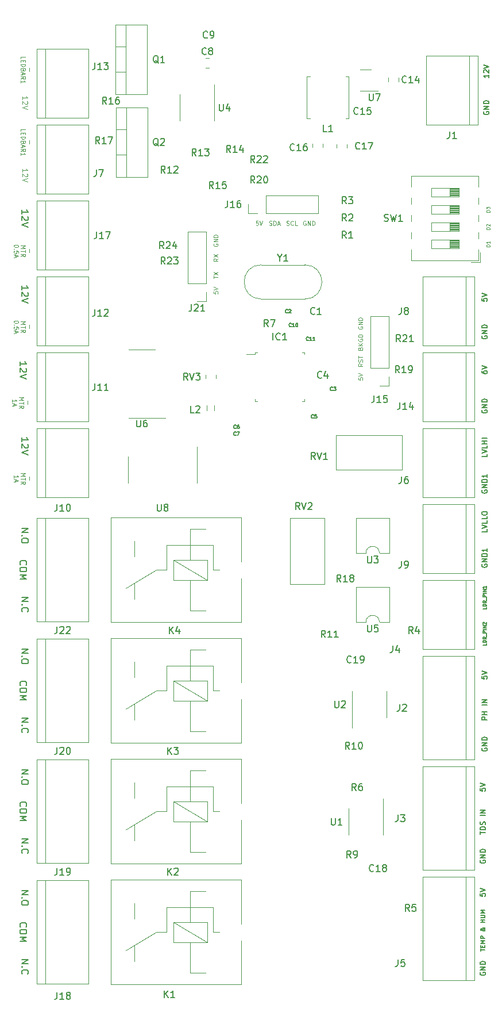
<source format=gbr>
%TF.GenerationSoftware,KiCad,Pcbnew,(6.0.5)*%
%TF.CreationDate,2022-07-22T19:12:55-04:00*%
%TF.ProjectId,LIFFY_KICAD,4c494646-595f-44b4-9943-41442e6b6963,rev?*%
%TF.SameCoordinates,Original*%
%TF.FileFunction,Legend,Top*%
%TF.FilePolarity,Positive*%
%FSLAX46Y46*%
G04 Gerber Fmt 4.6, Leading zero omitted, Abs format (unit mm)*
G04 Created by KiCad (PCBNEW (6.0.5)) date 2022-07-22 19:12:55*
%MOMM*%
%LPD*%
G01*
G04 APERTURE LIST*
%ADD10C,0.127000*%
%ADD11C,0.150000*%
%ADD12C,0.101600*%
%ADD13C,0.120000*%
G04 APERTURE END LIST*
D10*
X127090714Y-88101714D02*
X127090714Y-88464571D01*
X126328714Y-88464571D01*
X126328714Y-87956571D02*
X127090714Y-87702571D01*
X126328714Y-87448571D01*
X127090714Y-86831714D02*
X127090714Y-87194571D01*
X126328714Y-87194571D01*
X127090714Y-86577714D02*
X126328714Y-86577714D01*
X126691571Y-86577714D02*
X126691571Y-86142285D01*
X127090714Y-86142285D02*
X126328714Y-86142285D01*
X127090714Y-85779428D02*
X126328714Y-85779428D01*
D11*
X58475619Y-86248952D02*
X58475619Y-85677523D01*
X58475619Y-85963238D02*
X59475619Y-85963238D01*
X59332761Y-85868000D01*
X59237523Y-85772761D01*
X59189904Y-85677523D01*
X59380380Y-86629904D02*
X59428000Y-86677523D01*
X59475619Y-86772761D01*
X59475619Y-87010857D01*
X59428000Y-87106095D01*
X59380380Y-87153714D01*
X59285142Y-87201333D01*
X59189904Y-87201333D01*
X59047047Y-87153714D01*
X58475619Y-86582285D01*
X58475619Y-87201333D01*
X59475619Y-87487047D02*
X58475619Y-87820380D01*
X59475619Y-88153714D01*
D10*
X126365000Y-104321428D02*
X126328714Y-104394000D01*
X126328714Y-104502857D01*
X126365000Y-104611714D01*
X126437571Y-104684285D01*
X126510142Y-104720571D01*
X126655285Y-104756857D01*
X126764142Y-104756857D01*
X126909285Y-104720571D01*
X126981857Y-104684285D01*
X127054428Y-104611714D01*
X127090714Y-104502857D01*
X127090714Y-104430285D01*
X127054428Y-104321428D01*
X127018142Y-104285142D01*
X126764142Y-104285142D01*
X126764142Y-104430285D01*
X127090714Y-103958571D02*
X126328714Y-103958571D01*
X127090714Y-103523142D01*
X126328714Y-103523142D01*
X127090714Y-103160285D02*
X126328714Y-103160285D01*
X126328714Y-102978857D01*
X126365000Y-102870000D01*
X126437571Y-102797428D01*
X126510142Y-102761142D01*
X126655285Y-102724857D01*
X126764142Y-102724857D01*
X126909285Y-102761142D01*
X126981857Y-102797428D01*
X127054428Y-102870000D01*
X127090714Y-102978857D01*
X127090714Y-103160285D01*
X127090714Y-101999142D02*
X127090714Y-102434571D01*
X127090714Y-102216857D02*
X126328714Y-102216857D01*
X126437571Y-102289428D01*
X126510142Y-102362000D01*
X126546428Y-102434571D01*
D11*
X58475619Y-162552190D02*
X59475619Y-162552190D01*
X58475619Y-163123619D01*
X59475619Y-163123619D01*
X58570857Y-163599809D02*
X58523238Y-163647428D01*
X58475619Y-163599809D01*
X58523238Y-163552190D01*
X58570857Y-163599809D01*
X58475619Y-163599809D01*
X58570857Y-164647428D02*
X58523238Y-164599809D01*
X58475619Y-164456952D01*
X58475619Y-164361714D01*
X58523238Y-164218857D01*
X58618476Y-164123619D01*
X58713714Y-164076000D01*
X58904190Y-164028380D01*
X59047047Y-164028380D01*
X59237523Y-164076000D01*
X59332761Y-164123619D01*
X59428000Y-164218857D01*
X59475619Y-164361714D01*
X59475619Y-164456952D01*
X59428000Y-164599809D01*
X59380380Y-164647428D01*
X58475619Y-126992190D02*
X59475619Y-126992190D01*
X58475619Y-127563619D01*
X59475619Y-127563619D01*
X58570857Y-128039809D02*
X58523238Y-128087428D01*
X58475619Y-128039809D01*
X58523238Y-127992190D01*
X58570857Y-128039809D01*
X58475619Y-128039809D01*
X58570857Y-129087428D02*
X58523238Y-129039809D01*
X58475619Y-128896952D01*
X58475619Y-128801714D01*
X58523238Y-128658857D01*
X58618476Y-128563619D01*
X58713714Y-128516000D01*
X58904190Y-128468380D01*
X59047047Y-128468380D01*
X59237523Y-128516000D01*
X59332761Y-128563619D01*
X59428000Y-128658857D01*
X59475619Y-128801714D01*
X59475619Y-128896952D01*
X59428000Y-129039809D01*
X59380380Y-129087428D01*
X58475619Y-134588380D02*
X59475619Y-134588380D01*
X58475619Y-135159809D01*
X59475619Y-135159809D01*
X58570857Y-135636000D02*
X58523238Y-135683619D01*
X58475619Y-135636000D01*
X58523238Y-135588380D01*
X58570857Y-135636000D01*
X58475619Y-135636000D01*
X59475619Y-136302666D02*
X59475619Y-136493142D01*
X59428000Y-136588380D01*
X59332761Y-136683619D01*
X59142285Y-136731238D01*
X58808952Y-136731238D01*
X58618476Y-136683619D01*
X58523238Y-136588380D01*
X58475619Y-136493142D01*
X58475619Y-136302666D01*
X58523238Y-136207428D01*
X58618476Y-136112190D01*
X58808952Y-136064571D01*
X59142285Y-136064571D01*
X59332761Y-136112190D01*
X59428000Y-136207428D01*
X59475619Y-136302666D01*
D12*
X93351047Y-53754261D02*
X93048666Y-53754261D01*
X93018428Y-54056642D01*
X93048666Y-54026404D01*
X93109142Y-53996166D01*
X93260333Y-53996166D01*
X93320809Y-54026404D01*
X93351047Y-54056642D01*
X93381285Y-54117119D01*
X93381285Y-54268309D01*
X93351047Y-54328785D01*
X93320809Y-54359023D01*
X93260333Y-54389261D01*
X93109142Y-54389261D01*
X93048666Y-54359023D01*
X93018428Y-54328785D01*
X93562714Y-53754261D02*
X93774380Y-54389261D01*
X93986047Y-53754261D01*
D11*
X58316857Y-157710285D02*
X58269238Y-157662666D01*
X58221619Y-157519809D01*
X58221619Y-157424571D01*
X58269238Y-157281714D01*
X58364476Y-157186476D01*
X58459714Y-157138857D01*
X58650190Y-157091238D01*
X58793047Y-157091238D01*
X58983523Y-157138857D01*
X59078761Y-157186476D01*
X59174000Y-157281714D01*
X59221619Y-157424571D01*
X59221619Y-157519809D01*
X59174000Y-157662666D01*
X59126380Y-157710285D01*
X59221619Y-158329333D02*
X59221619Y-158519809D01*
X59174000Y-158615047D01*
X59078761Y-158710285D01*
X58888285Y-158757904D01*
X58554952Y-158757904D01*
X58364476Y-158710285D01*
X58269238Y-158615047D01*
X58221619Y-158519809D01*
X58221619Y-158329333D01*
X58269238Y-158234095D01*
X58364476Y-158138857D01*
X58554952Y-158091238D01*
X58888285Y-158091238D01*
X59078761Y-158138857D01*
X59174000Y-158234095D01*
X59221619Y-158329333D01*
X58221619Y-159186476D02*
X59221619Y-159186476D01*
X58507333Y-159519809D01*
X59221619Y-159853142D01*
X58221619Y-159853142D01*
D12*
X58583285Y-35850285D02*
X58583285Y-35414857D01*
X58583285Y-35632571D02*
X59345285Y-35632571D01*
X59236428Y-35560000D01*
X59163857Y-35487428D01*
X59127571Y-35414857D01*
X59272714Y-36140571D02*
X59309000Y-36176857D01*
X59345285Y-36249428D01*
X59345285Y-36430857D01*
X59309000Y-36503428D01*
X59272714Y-36539714D01*
X59200142Y-36576000D01*
X59127571Y-36576000D01*
X59018714Y-36539714D01*
X58583285Y-36104285D01*
X58583285Y-36576000D01*
X59345285Y-36793714D02*
X58583285Y-37047714D01*
X59345285Y-37301714D01*
D10*
X126975809Y-110647238D02*
X126975809Y-110889142D01*
X126467809Y-110889142D01*
X126975809Y-110477904D02*
X126467809Y-110477904D01*
X126467809Y-110356952D01*
X126492000Y-110284380D01*
X126540380Y-110236000D01*
X126588761Y-110211809D01*
X126685523Y-110187619D01*
X126758095Y-110187619D01*
X126854857Y-110211809D01*
X126903238Y-110236000D01*
X126951619Y-110284380D01*
X126975809Y-110356952D01*
X126975809Y-110477904D01*
X126975809Y-109679619D02*
X126733904Y-109848952D01*
X126975809Y-109969904D02*
X126467809Y-109969904D01*
X126467809Y-109776380D01*
X126492000Y-109728000D01*
X126516190Y-109703809D01*
X126564571Y-109679619D01*
X126637142Y-109679619D01*
X126685523Y-109703809D01*
X126709714Y-109728000D01*
X126733904Y-109776380D01*
X126733904Y-109969904D01*
X127024190Y-109582857D02*
X127024190Y-109195809D01*
X126975809Y-109074857D02*
X126467809Y-109074857D01*
X126467809Y-108881333D01*
X126492000Y-108832952D01*
X126516190Y-108808761D01*
X126564571Y-108784571D01*
X126637142Y-108784571D01*
X126685523Y-108808761D01*
X126709714Y-108832952D01*
X126733904Y-108881333D01*
X126733904Y-109074857D01*
X126975809Y-108566857D02*
X126467809Y-108566857D01*
X126975809Y-108324952D02*
X126467809Y-108324952D01*
X126975809Y-108034666D01*
X126467809Y-108034666D01*
X126975809Y-107526666D02*
X126975809Y-107816952D01*
X126975809Y-107671809D02*
X126467809Y-107671809D01*
X126540380Y-107720190D01*
X126588761Y-107768571D01*
X126612952Y-107816952D01*
D12*
X86774261Y-64128952D02*
X86774261Y-64431333D01*
X87076642Y-64461571D01*
X87046404Y-64431333D01*
X87016166Y-64370857D01*
X87016166Y-64219666D01*
X87046404Y-64159190D01*
X87076642Y-64128952D01*
X87137119Y-64098714D01*
X87288309Y-64098714D01*
X87348785Y-64128952D01*
X87379023Y-64159190D01*
X87409261Y-64219666D01*
X87409261Y-64370857D01*
X87379023Y-64431333D01*
X87348785Y-64461571D01*
X86774261Y-63917285D02*
X87409261Y-63705619D01*
X86774261Y-63493952D01*
D10*
X126365000Y-81606571D02*
X126328714Y-81679142D01*
X126328714Y-81788000D01*
X126365000Y-81896857D01*
X126437571Y-81969428D01*
X126510142Y-82005714D01*
X126655285Y-82042000D01*
X126764142Y-82042000D01*
X126909285Y-82005714D01*
X126981857Y-81969428D01*
X127054428Y-81896857D01*
X127090714Y-81788000D01*
X127090714Y-81715428D01*
X127054428Y-81606571D01*
X127018142Y-81570285D01*
X126764142Y-81570285D01*
X126764142Y-81715428D01*
X127090714Y-81243714D02*
X126328714Y-81243714D01*
X127090714Y-80808285D01*
X126328714Y-80808285D01*
X127090714Y-80445428D02*
X126328714Y-80445428D01*
X126328714Y-80264000D01*
X126365000Y-80155142D01*
X126437571Y-80082571D01*
X126510142Y-80046285D01*
X126655285Y-80010000D01*
X126764142Y-80010000D01*
X126909285Y-80046285D01*
X126981857Y-80082571D01*
X127054428Y-80155142D01*
X127090714Y-80264000D01*
X127090714Y-80445428D01*
D11*
X58475619Y-109212190D02*
X59475619Y-109212190D01*
X58475619Y-109783619D01*
X59475619Y-109783619D01*
X58570857Y-110259809D02*
X58523238Y-110307428D01*
X58475619Y-110259809D01*
X58523238Y-110212190D01*
X58570857Y-110259809D01*
X58475619Y-110259809D01*
X58570857Y-111307428D02*
X58523238Y-111259809D01*
X58475619Y-111116952D01*
X58475619Y-111021714D01*
X58523238Y-110878857D01*
X58618476Y-110783619D01*
X58713714Y-110736000D01*
X58904190Y-110688380D01*
X59047047Y-110688380D01*
X59237523Y-110736000D01*
X59332761Y-110783619D01*
X59428000Y-110878857D01*
X59475619Y-111021714D01*
X59475619Y-111116952D01*
X59428000Y-111259809D01*
X59380380Y-111307428D01*
D12*
X127483809Y-54984952D02*
X126975809Y-54984952D01*
X126975809Y-54864000D01*
X127000000Y-54791428D01*
X127048380Y-54743047D01*
X127096761Y-54718857D01*
X127193523Y-54694666D01*
X127266095Y-54694666D01*
X127362857Y-54718857D01*
X127411238Y-54743047D01*
X127459619Y-54791428D01*
X127483809Y-54864000D01*
X127483809Y-54984952D01*
X127024190Y-54501142D02*
X127000000Y-54476952D01*
X126975809Y-54428571D01*
X126975809Y-54307619D01*
X127000000Y-54259238D01*
X127024190Y-54235047D01*
X127072571Y-54210857D01*
X127120952Y-54210857D01*
X127193523Y-54235047D01*
X127483809Y-54525333D01*
X127483809Y-54210857D01*
X86804500Y-57125809D02*
X86774261Y-57186285D01*
X86774261Y-57277000D01*
X86804500Y-57367714D01*
X86864976Y-57428190D01*
X86925452Y-57458428D01*
X87046404Y-57488666D01*
X87137119Y-57488666D01*
X87258071Y-57458428D01*
X87318547Y-57428190D01*
X87379023Y-57367714D01*
X87409261Y-57277000D01*
X87409261Y-57216523D01*
X87379023Y-57125809D01*
X87348785Y-57095571D01*
X87137119Y-57095571D01*
X87137119Y-57216523D01*
X87409261Y-56823428D02*
X86774261Y-56823428D01*
X87409261Y-56460571D01*
X86774261Y-56460571D01*
X87409261Y-56158190D02*
X86774261Y-56158190D01*
X86774261Y-56007000D01*
X86804500Y-55916285D01*
X86864976Y-55855809D01*
X86925452Y-55825571D01*
X87046404Y-55795333D01*
X87137119Y-55795333D01*
X87258071Y-55825571D01*
X87318547Y-55855809D01*
X87379023Y-55916285D01*
X87409261Y-56007000D01*
X87409261Y-56158190D01*
X108412642Y-72535142D02*
X108442880Y-72444428D01*
X108473119Y-72414190D01*
X108533595Y-72383952D01*
X108624309Y-72383952D01*
X108684785Y-72414190D01*
X108715023Y-72444428D01*
X108745261Y-72504904D01*
X108745261Y-72746809D01*
X108110261Y-72746809D01*
X108110261Y-72535142D01*
X108140500Y-72474666D01*
X108170738Y-72444428D01*
X108231214Y-72414190D01*
X108291690Y-72414190D01*
X108352166Y-72444428D01*
X108382404Y-72474666D01*
X108412642Y-72535142D01*
X108412642Y-72746809D01*
X108745261Y-72111809D02*
X108110261Y-72111809D01*
X108745261Y-71748952D02*
X108382404Y-72021095D01*
X108110261Y-71748952D02*
X108473119Y-72111809D01*
X108140500Y-71144190D02*
X108110261Y-71204666D01*
X108110261Y-71295380D01*
X108140500Y-71386095D01*
X108200976Y-71446571D01*
X108261452Y-71476809D01*
X108382404Y-71507047D01*
X108473119Y-71507047D01*
X108594071Y-71476809D01*
X108654547Y-71446571D01*
X108715023Y-71386095D01*
X108745261Y-71295380D01*
X108745261Y-71234904D01*
X108715023Y-71144190D01*
X108684785Y-71113952D01*
X108473119Y-71113952D01*
X108473119Y-71234904D01*
X108745261Y-70841809D02*
X108110261Y-70841809D01*
X108110261Y-70690619D01*
X108140500Y-70599904D01*
X108200976Y-70539428D01*
X108261452Y-70509190D01*
X108382404Y-70478952D01*
X108473119Y-70478952D01*
X108594071Y-70509190D01*
X108654547Y-70539428D01*
X108715023Y-70599904D01*
X108745261Y-70690619D01*
X108745261Y-70841809D01*
X127483809Y-57524952D02*
X126975809Y-57524952D01*
X126975809Y-57404000D01*
X127000000Y-57331428D01*
X127048380Y-57283047D01*
X127096761Y-57258857D01*
X127193523Y-57234666D01*
X127266095Y-57234666D01*
X127362857Y-57258857D01*
X127411238Y-57283047D01*
X127459619Y-57331428D01*
X127483809Y-57404000D01*
X127483809Y-57524952D01*
X127483809Y-56750857D02*
X127483809Y-57041142D01*
X127483809Y-56896000D02*
X126975809Y-56896000D01*
X127048380Y-56944380D01*
X127096761Y-56992761D01*
X127120952Y-57041142D01*
D10*
X126074714Y-144072428D02*
X126074714Y-143637000D01*
X126836714Y-143854714D02*
X126074714Y-143854714D01*
X126836714Y-143383000D02*
X126074714Y-143383000D01*
X126074714Y-143201571D01*
X126111000Y-143092714D01*
X126183571Y-143020142D01*
X126256142Y-142983857D01*
X126401285Y-142947571D01*
X126510142Y-142947571D01*
X126655285Y-142983857D01*
X126727857Y-143020142D01*
X126800428Y-143092714D01*
X126836714Y-143201571D01*
X126836714Y-143383000D01*
X126800428Y-142657285D02*
X126836714Y-142548428D01*
X126836714Y-142367000D01*
X126800428Y-142294428D01*
X126764142Y-142258142D01*
X126691571Y-142221857D01*
X126619000Y-142221857D01*
X126546428Y-142258142D01*
X126510142Y-142294428D01*
X126473857Y-142367000D01*
X126437571Y-142512142D01*
X126401285Y-142584714D01*
X126365000Y-142621000D01*
X126292428Y-142657285D01*
X126219857Y-142657285D01*
X126147285Y-142621000D01*
X126111000Y-142584714D01*
X126074714Y-142512142D01*
X126074714Y-142330714D01*
X126111000Y-142221857D01*
X126836714Y-141314714D02*
X126074714Y-141314714D01*
X126836714Y-140951857D02*
X126074714Y-140951857D01*
X126836714Y-140516428D01*
X126074714Y-140516428D01*
X126365000Y-93399428D02*
X126328714Y-93472000D01*
X126328714Y-93580857D01*
X126365000Y-93689714D01*
X126437571Y-93762285D01*
X126510142Y-93798571D01*
X126655285Y-93834857D01*
X126764142Y-93834857D01*
X126909285Y-93798571D01*
X126981857Y-93762285D01*
X127054428Y-93689714D01*
X127090714Y-93580857D01*
X127090714Y-93508285D01*
X127054428Y-93399428D01*
X127018142Y-93363142D01*
X126764142Y-93363142D01*
X126764142Y-93508285D01*
X127090714Y-93036571D02*
X126328714Y-93036571D01*
X127090714Y-92601142D01*
X126328714Y-92601142D01*
X127090714Y-92238285D02*
X126328714Y-92238285D01*
X126328714Y-92056857D01*
X126365000Y-91948000D01*
X126437571Y-91875428D01*
X126510142Y-91839142D01*
X126655285Y-91802857D01*
X126764142Y-91802857D01*
X126909285Y-91839142D01*
X126981857Y-91875428D01*
X127054428Y-91948000D01*
X127090714Y-92056857D01*
X127090714Y-92238285D01*
X127090714Y-91077142D02*
X127090714Y-91512571D01*
X127090714Y-91294857D02*
X126328714Y-91294857D01*
X126437571Y-91367428D01*
X126510142Y-91440000D01*
X126546428Y-91512571D01*
D12*
X108140500Y-69317809D02*
X108110261Y-69378285D01*
X108110261Y-69469000D01*
X108140500Y-69559714D01*
X108200976Y-69620190D01*
X108261452Y-69650428D01*
X108382404Y-69680666D01*
X108473119Y-69680666D01*
X108594071Y-69650428D01*
X108654547Y-69620190D01*
X108715023Y-69559714D01*
X108745261Y-69469000D01*
X108745261Y-69408523D01*
X108715023Y-69317809D01*
X108684785Y-69287571D01*
X108473119Y-69287571D01*
X108473119Y-69408523D01*
X108745261Y-69015428D02*
X108110261Y-69015428D01*
X108745261Y-68652571D01*
X108110261Y-68652571D01*
X108745261Y-68350190D02*
X108110261Y-68350190D01*
X108110261Y-68199000D01*
X108140500Y-68108285D01*
X108200976Y-68047809D01*
X108261452Y-68017571D01*
X108382404Y-67987333D01*
X108473119Y-67987333D01*
X108594071Y-68017571D01*
X108654547Y-68047809D01*
X108715023Y-68108285D01*
X108745261Y-68199000D01*
X108745261Y-68350190D01*
D11*
X58475619Y-99028380D02*
X59475619Y-99028380D01*
X58475619Y-99599809D01*
X59475619Y-99599809D01*
X58570857Y-100076000D02*
X58523238Y-100123619D01*
X58475619Y-100076000D01*
X58523238Y-100028380D01*
X58570857Y-100076000D01*
X58475619Y-100076000D01*
X59475619Y-100742666D02*
X59475619Y-100933142D01*
X59428000Y-101028380D01*
X59332761Y-101123619D01*
X59142285Y-101171238D01*
X58808952Y-101171238D01*
X58618476Y-101123619D01*
X58523238Y-101028380D01*
X58475619Y-100933142D01*
X58475619Y-100742666D01*
X58523238Y-100647428D01*
X58618476Y-100552190D01*
X58808952Y-100504571D01*
X59142285Y-100504571D01*
X59332761Y-100552190D01*
X59428000Y-100647428D01*
X59475619Y-100742666D01*
D10*
X126111000Y-147900571D02*
X126074714Y-147973142D01*
X126074714Y-148082000D01*
X126111000Y-148190857D01*
X126183571Y-148263428D01*
X126256142Y-148299714D01*
X126401285Y-148336000D01*
X126510142Y-148336000D01*
X126655285Y-148299714D01*
X126727857Y-148263428D01*
X126800428Y-148190857D01*
X126836714Y-148082000D01*
X126836714Y-148009428D01*
X126800428Y-147900571D01*
X126764142Y-147864285D01*
X126510142Y-147864285D01*
X126510142Y-148009428D01*
X126836714Y-147537714D02*
X126074714Y-147537714D01*
X126836714Y-147102285D01*
X126074714Y-147102285D01*
X126836714Y-146739428D02*
X126074714Y-146739428D01*
X126074714Y-146558000D01*
X126111000Y-146449142D01*
X126183571Y-146376571D01*
X126256142Y-146340285D01*
X126401285Y-146304000D01*
X126510142Y-146304000D01*
X126655285Y-146340285D01*
X126727857Y-146376571D01*
X126800428Y-146449142D01*
X126836714Y-146558000D01*
X126836714Y-146739428D01*
D12*
X59650992Y-69100095D02*
X59650992Y-69583904D01*
X58386738Y-68570928D02*
X59021738Y-68570928D01*
X58568166Y-68782595D01*
X59021738Y-68994261D01*
X58386738Y-68994261D01*
X59021738Y-69205928D02*
X59021738Y-69568785D01*
X58386738Y-69387357D02*
X59021738Y-69387357D01*
X58386738Y-70143309D02*
X58689119Y-69931642D01*
X58386738Y-69780452D02*
X59021738Y-69780452D01*
X59021738Y-70022357D01*
X58991500Y-70082833D01*
X58961261Y-70113071D01*
X58900785Y-70143309D01*
X58810071Y-70143309D01*
X58749595Y-70113071D01*
X58719357Y-70082833D01*
X58689119Y-70022357D01*
X58689119Y-69780452D01*
X57999388Y-68586047D02*
X57999388Y-68646523D01*
X57969150Y-68707000D01*
X57938911Y-68737238D01*
X57878435Y-68767476D01*
X57757483Y-68797714D01*
X57606292Y-68797714D01*
X57485340Y-68767476D01*
X57424864Y-68737238D01*
X57394626Y-68707000D01*
X57364388Y-68646523D01*
X57364388Y-68586047D01*
X57394626Y-68525571D01*
X57424864Y-68495333D01*
X57485340Y-68465095D01*
X57606292Y-68434857D01*
X57757483Y-68434857D01*
X57878435Y-68465095D01*
X57938911Y-68495333D01*
X57969150Y-68525571D01*
X57999388Y-68586047D01*
X57424864Y-69069857D02*
X57394626Y-69100095D01*
X57364388Y-69069857D01*
X57394626Y-69039619D01*
X57424864Y-69069857D01*
X57364388Y-69069857D01*
X57999388Y-69674619D02*
X57999388Y-69372238D01*
X57697007Y-69342000D01*
X57727245Y-69372238D01*
X57757483Y-69432714D01*
X57757483Y-69583904D01*
X57727245Y-69644380D01*
X57697007Y-69674619D01*
X57636530Y-69704857D01*
X57485340Y-69704857D01*
X57424864Y-69674619D01*
X57394626Y-69644380D01*
X57364388Y-69583904D01*
X57364388Y-69432714D01*
X57394626Y-69372238D01*
X57424864Y-69342000D01*
X57545816Y-69946761D02*
X57545816Y-70249142D01*
X57364388Y-69886285D02*
X57999388Y-70097952D01*
X57364388Y-70309619D01*
D10*
X127344714Y-32221714D02*
X127344714Y-32657142D01*
X127344714Y-32439428D02*
X126582714Y-32439428D01*
X126691571Y-32512000D01*
X126764142Y-32584571D01*
X126800428Y-32657142D01*
X126655285Y-31931428D02*
X126619000Y-31895142D01*
X126582714Y-31822571D01*
X126582714Y-31641142D01*
X126619000Y-31568571D01*
X126655285Y-31532285D01*
X126727857Y-31496000D01*
X126800428Y-31496000D01*
X126909285Y-31532285D01*
X127344714Y-31967714D01*
X127344714Y-31496000D01*
X126582714Y-31278285D02*
X127344714Y-31024285D01*
X126582714Y-30770285D01*
D12*
X108110261Y-76828952D02*
X108110261Y-77131333D01*
X108412642Y-77161571D01*
X108382404Y-77131333D01*
X108352166Y-77070857D01*
X108352166Y-76919666D01*
X108382404Y-76859190D01*
X108412642Y-76828952D01*
X108473119Y-76798714D01*
X108624309Y-76798714D01*
X108684785Y-76828952D01*
X108715023Y-76859190D01*
X108745261Y-76919666D01*
X108745261Y-77070857D01*
X108715023Y-77131333D01*
X108684785Y-77161571D01*
X108110261Y-76617285D02*
X108745261Y-76405619D01*
X108110261Y-76193952D01*
X59650992Y-91452095D02*
X59650992Y-91935904D01*
X58386738Y-90922928D02*
X59021738Y-90922928D01*
X58568166Y-91134595D01*
X59021738Y-91346261D01*
X58386738Y-91346261D01*
X59021738Y-91557928D02*
X59021738Y-91920785D01*
X58386738Y-91739357D02*
X59021738Y-91739357D01*
X58386738Y-92495309D02*
X58689119Y-92283642D01*
X58386738Y-92132452D02*
X59021738Y-92132452D01*
X59021738Y-92374357D01*
X58991500Y-92434833D01*
X58961261Y-92465071D01*
X58900785Y-92495309D01*
X58810071Y-92495309D01*
X58749595Y-92465071D01*
X58719357Y-92434833D01*
X58689119Y-92374357D01*
X58689119Y-92132452D01*
X57364388Y-91603285D02*
X57364388Y-91240428D01*
X57364388Y-91421857D02*
X57999388Y-91421857D01*
X57908673Y-91361380D01*
X57848197Y-91300904D01*
X57817959Y-91240428D01*
X57545816Y-91845190D02*
X57545816Y-92147571D01*
X57364388Y-91784714D02*
X57999388Y-91996380D01*
X57364388Y-92208047D01*
D11*
X58475619Y-116808380D02*
X59475619Y-116808380D01*
X58475619Y-117379809D01*
X59475619Y-117379809D01*
X58570857Y-117856000D02*
X58523238Y-117903619D01*
X58475619Y-117856000D01*
X58523238Y-117808380D01*
X58570857Y-117856000D01*
X58475619Y-117856000D01*
X59475619Y-118522666D02*
X59475619Y-118713142D01*
X59428000Y-118808380D01*
X59332761Y-118903619D01*
X59142285Y-118951238D01*
X58808952Y-118951238D01*
X58618476Y-118903619D01*
X58523238Y-118808380D01*
X58475619Y-118713142D01*
X58475619Y-118522666D01*
X58523238Y-118427428D01*
X58618476Y-118332190D01*
X58808952Y-118284571D01*
X59142285Y-118284571D01*
X59332761Y-118332190D01*
X59428000Y-118427428D01*
X59475619Y-118522666D01*
D12*
X87409261Y-59287833D02*
X87106880Y-59499500D01*
X87409261Y-59650690D02*
X86774261Y-59650690D01*
X86774261Y-59408785D01*
X86804500Y-59348309D01*
X86834738Y-59318071D01*
X86895214Y-59287833D01*
X86985928Y-59287833D01*
X87046404Y-59318071D01*
X87076642Y-59348309D01*
X87106880Y-59408785D01*
X87106880Y-59650690D01*
X86774261Y-59076166D02*
X87409261Y-58652833D01*
X86774261Y-58652833D02*
X87409261Y-59076166D01*
D11*
X58475619Y-144772190D02*
X59475619Y-144772190D01*
X58475619Y-145343619D01*
X59475619Y-145343619D01*
X58570857Y-145819809D02*
X58523238Y-145867428D01*
X58475619Y-145819809D01*
X58523238Y-145772190D01*
X58570857Y-145819809D01*
X58475619Y-145819809D01*
X58570857Y-146867428D02*
X58523238Y-146819809D01*
X58475619Y-146676952D01*
X58475619Y-146581714D01*
X58523238Y-146438857D01*
X58618476Y-146343619D01*
X58713714Y-146296000D01*
X58904190Y-146248380D01*
X59047047Y-146248380D01*
X59237523Y-146296000D01*
X59332761Y-146343619D01*
X59428000Y-146438857D01*
X59475619Y-146581714D01*
X59475619Y-146676952D01*
X59428000Y-146819809D01*
X59380380Y-146867428D01*
D12*
X58583285Y-46518285D02*
X58583285Y-46082857D01*
X58583285Y-46300571D02*
X59345285Y-46300571D01*
X59236428Y-46228000D01*
X59163857Y-46155428D01*
X59127571Y-46082857D01*
X59272714Y-46808571D02*
X59309000Y-46844857D01*
X59345285Y-46917428D01*
X59345285Y-47098857D01*
X59309000Y-47171428D01*
X59272714Y-47207714D01*
X59200142Y-47244000D01*
X59127571Y-47244000D01*
X59018714Y-47207714D01*
X58583285Y-46772285D01*
X58583285Y-47244000D01*
X59345285Y-47461714D02*
X58583285Y-47715714D01*
X59345285Y-47969714D01*
D10*
X126144261Y-161296047D02*
X126144261Y-160933190D01*
X126779261Y-161114619D02*
X126144261Y-161114619D01*
X126446642Y-160721523D02*
X126446642Y-160509857D01*
X126779261Y-160419142D02*
X126779261Y-160721523D01*
X126144261Y-160721523D01*
X126144261Y-160419142D01*
X126779261Y-160147000D02*
X126144261Y-160147000D01*
X126597833Y-159935333D01*
X126144261Y-159723666D01*
X126779261Y-159723666D01*
X126779261Y-159421285D02*
X126144261Y-159421285D01*
X126144261Y-159179380D01*
X126174500Y-159118904D01*
X126204738Y-159088666D01*
X126265214Y-159058428D01*
X126355928Y-159058428D01*
X126416404Y-159088666D01*
X126446642Y-159118904D01*
X126476880Y-159179380D01*
X126476880Y-159421285D01*
X126779261Y-157788428D02*
X126779261Y-157818666D01*
X126749023Y-157879142D01*
X126658309Y-157969857D01*
X126476880Y-158121047D01*
X126386166Y-158181523D01*
X126295452Y-158211761D01*
X126234976Y-158211761D01*
X126174500Y-158181523D01*
X126144261Y-158121047D01*
X126144261Y-158090809D01*
X126174500Y-158030333D01*
X126234976Y-158000095D01*
X126265214Y-158000095D01*
X126325690Y-158030333D01*
X126355928Y-158060571D01*
X126476880Y-158242000D01*
X126507119Y-158272238D01*
X126567595Y-158302476D01*
X126658309Y-158302476D01*
X126718785Y-158272238D01*
X126749023Y-158242000D01*
X126779261Y-158181523D01*
X126779261Y-158090809D01*
X126749023Y-158030333D01*
X126718785Y-158000095D01*
X126597833Y-157909380D01*
X126507119Y-157879142D01*
X126446642Y-157879142D01*
X126779261Y-157032476D02*
X126144261Y-157032476D01*
X126446642Y-157032476D02*
X126446642Y-156669619D01*
X126779261Y-156669619D02*
X126144261Y-156669619D01*
X126144261Y-156367238D02*
X126658309Y-156367238D01*
X126718785Y-156337000D01*
X126749023Y-156306761D01*
X126779261Y-156246285D01*
X126779261Y-156125333D01*
X126749023Y-156064857D01*
X126718785Y-156034619D01*
X126658309Y-156004380D01*
X126144261Y-156004380D01*
X126779261Y-155702000D02*
X126144261Y-155702000D01*
X126597833Y-155490333D01*
X126144261Y-155278666D01*
X126779261Y-155278666D01*
X126074714Y-152799142D02*
X126074714Y-153162000D01*
X126437571Y-153198285D01*
X126401285Y-153162000D01*
X126365000Y-153089428D01*
X126365000Y-152908000D01*
X126401285Y-152835428D01*
X126437571Y-152799142D01*
X126510142Y-152762857D01*
X126691571Y-152762857D01*
X126764142Y-152799142D01*
X126800428Y-152835428D01*
X126836714Y-152908000D01*
X126836714Y-153089428D01*
X126800428Y-153162000D01*
X126764142Y-153198285D01*
X126074714Y-152545142D02*
X126836714Y-152291142D01*
X126074714Y-152037142D01*
D11*
X58475619Y-63896952D02*
X58475619Y-63325523D01*
X58475619Y-63611238D02*
X59475619Y-63611238D01*
X59332761Y-63516000D01*
X59237523Y-63420761D01*
X59189904Y-63325523D01*
X59380380Y-64277904D02*
X59428000Y-64325523D01*
X59475619Y-64420761D01*
X59475619Y-64658857D01*
X59428000Y-64754095D01*
X59380380Y-64801714D01*
X59285142Y-64849333D01*
X59189904Y-64849333D01*
X59047047Y-64801714D01*
X58475619Y-64230285D01*
X58475619Y-64849333D01*
X59475619Y-65135047D02*
X58475619Y-65468380D01*
X59475619Y-65801714D01*
D12*
X108745261Y-74769738D02*
X108442880Y-74981404D01*
X108745261Y-75132595D02*
X108110261Y-75132595D01*
X108110261Y-74890690D01*
X108140500Y-74830214D01*
X108170738Y-74799976D01*
X108231214Y-74769738D01*
X108321928Y-74769738D01*
X108382404Y-74799976D01*
X108412642Y-74830214D01*
X108442880Y-74890690D01*
X108442880Y-75132595D01*
X108715023Y-74527833D02*
X108745261Y-74437119D01*
X108745261Y-74285928D01*
X108715023Y-74225452D01*
X108684785Y-74195214D01*
X108624309Y-74164976D01*
X108563833Y-74164976D01*
X108503357Y-74195214D01*
X108473119Y-74225452D01*
X108442880Y-74285928D01*
X108412642Y-74406880D01*
X108382404Y-74467357D01*
X108352166Y-74497595D01*
X108291690Y-74527833D01*
X108231214Y-74527833D01*
X108170738Y-74497595D01*
X108140500Y-74467357D01*
X108110261Y-74406880D01*
X108110261Y-74255690D01*
X108140500Y-74164976D01*
X108110261Y-73983547D02*
X108110261Y-73620690D01*
X108745261Y-73802119D02*
X108110261Y-73802119D01*
D10*
X126328714Y-65169142D02*
X126328714Y-65532000D01*
X126691571Y-65568285D01*
X126655285Y-65532000D01*
X126619000Y-65459428D01*
X126619000Y-65278000D01*
X126655285Y-65205428D01*
X126691571Y-65169142D01*
X126764142Y-65132857D01*
X126945571Y-65132857D01*
X127018142Y-65169142D01*
X127054428Y-65205428D01*
X127090714Y-65278000D01*
X127090714Y-65459428D01*
X127054428Y-65532000D01*
X127018142Y-65568285D01*
X126328714Y-64915142D02*
X127090714Y-64661142D01*
X126328714Y-64407142D01*
D12*
X94986928Y-54359023D02*
X95077642Y-54389261D01*
X95228833Y-54389261D01*
X95289309Y-54359023D01*
X95319547Y-54328785D01*
X95349785Y-54268309D01*
X95349785Y-54207833D01*
X95319547Y-54147357D01*
X95289309Y-54117119D01*
X95228833Y-54086880D01*
X95107880Y-54056642D01*
X95047404Y-54026404D01*
X95017166Y-53996166D01*
X94986928Y-53935690D01*
X94986928Y-53875214D01*
X95017166Y-53814738D01*
X95047404Y-53784500D01*
X95107880Y-53754261D01*
X95259071Y-53754261D01*
X95349785Y-53784500D01*
X95621928Y-54389261D02*
X95621928Y-53754261D01*
X95773119Y-53754261D01*
X95863833Y-53784500D01*
X95924309Y-53844976D01*
X95954547Y-53905452D01*
X95984785Y-54026404D01*
X95984785Y-54117119D01*
X95954547Y-54238071D01*
X95924309Y-54298547D01*
X95863833Y-54359023D01*
X95773119Y-54389261D01*
X95621928Y-54389261D01*
X96226690Y-54207833D02*
X96529071Y-54207833D01*
X96166214Y-54389261D02*
X96377880Y-53754261D01*
X96589547Y-54389261D01*
D10*
X126328714Y-120795142D02*
X126328714Y-121158000D01*
X126691571Y-121194285D01*
X126655285Y-121158000D01*
X126619000Y-121085428D01*
X126619000Y-120904000D01*
X126655285Y-120831428D01*
X126691571Y-120795142D01*
X126764142Y-120758857D01*
X126945571Y-120758857D01*
X127018142Y-120795142D01*
X127054428Y-120831428D01*
X127090714Y-120904000D01*
X127090714Y-121085428D01*
X127054428Y-121158000D01*
X127018142Y-121194285D01*
X126328714Y-120541142D02*
X127090714Y-120287142D01*
X126328714Y-120033142D01*
D12*
X59647817Y-31254095D02*
X59647817Y-31737904D01*
X58383563Y-29878261D02*
X58383563Y-29575880D01*
X59018563Y-29575880D01*
X58716182Y-30089928D02*
X58716182Y-30301595D01*
X58383563Y-30392309D02*
X58383563Y-30089928D01*
X59018563Y-30089928D01*
X59018563Y-30392309D01*
X58383563Y-30664452D02*
X59018563Y-30664452D01*
X59018563Y-30815642D01*
X58988325Y-30906357D01*
X58927848Y-30966833D01*
X58867372Y-30997071D01*
X58746420Y-31027309D01*
X58655705Y-31027309D01*
X58534753Y-30997071D01*
X58474277Y-30966833D01*
X58413801Y-30906357D01*
X58383563Y-30815642D01*
X58383563Y-30664452D01*
X58716182Y-31511119D02*
X58685944Y-31601833D01*
X58655705Y-31632071D01*
X58595229Y-31662309D01*
X58504515Y-31662309D01*
X58444039Y-31632071D01*
X58413801Y-31601833D01*
X58383563Y-31541357D01*
X58383563Y-31299452D01*
X59018563Y-31299452D01*
X59018563Y-31511119D01*
X58988325Y-31571595D01*
X58958086Y-31601833D01*
X58897610Y-31632071D01*
X58837134Y-31632071D01*
X58776658Y-31601833D01*
X58746420Y-31571595D01*
X58716182Y-31511119D01*
X58716182Y-31299452D01*
X58564991Y-31904214D02*
X58564991Y-32206595D01*
X58383563Y-31843738D02*
X59018563Y-32055404D01*
X58383563Y-32267071D01*
X58383563Y-32841595D02*
X58685944Y-32629928D01*
X58383563Y-32478738D02*
X59018563Y-32478738D01*
X59018563Y-32720642D01*
X58988325Y-32781119D01*
X58958086Y-32811357D01*
X58897610Y-32841595D01*
X58806896Y-32841595D01*
X58746420Y-32811357D01*
X58716182Y-32781119D01*
X58685944Y-32720642D01*
X58685944Y-32478738D01*
X58383563Y-33446357D02*
X58383563Y-33083500D01*
X58383563Y-33264928D02*
X59018563Y-33264928D01*
X58927848Y-33204452D01*
X58867372Y-33143976D01*
X58837134Y-33083500D01*
D10*
X126328714Y-75873428D02*
X126328714Y-76018571D01*
X126365000Y-76091142D01*
X126401285Y-76127428D01*
X126510142Y-76200000D01*
X126655285Y-76236285D01*
X126945571Y-76236285D01*
X127018142Y-76200000D01*
X127054428Y-76163714D01*
X127090714Y-76091142D01*
X127090714Y-75946000D01*
X127054428Y-75873428D01*
X127018142Y-75837142D01*
X126945571Y-75800857D01*
X126764142Y-75800857D01*
X126691571Y-75837142D01*
X126655285Y-75873428D01*
X126619000Y-75946000D01*
X126619000Y-76091142D01*
X126655285Y-76163714D01*
X126691571Y-76200000D01*
X126764142Y-76236285D01*
X126328714Y-75583142D02*
X127090714Y-75329142D01*
X126328714Y-75075142D01*
D11*
X58475619Y-152368380D02*
X59475619Y-152368380D01*
X58475619Y-152939809D01*
X59475619Y-152939809D01*
X58570857Y-153416000D02*
X58523238Y-153463619D01*
X58475619Y-153416000D01*
X58523238Y-153368380D01*
X58570857Y-153416000D01*
X58475619Y-153416000D01*
X59475619Y-154082666D02*
X59475619Y-154273142D01*
X59428000Y-154368380D01*
X59332761Y-154463619D01*
X59142285Y-154511238D01*
X58808952Y-154511238D01*
X58618476Y-154463619D01*
X58523238Y-154368380D01*
X58475619Y-154273142D01*
X58475619Y-154082666D01*
X58523238Y-153987428D01*
X58618476Y-153892190D01*
X58808952Y-153844571D01*
X59142285Y-153844571D01*
X59332761Y-153892190D01*
X59428000Y-153987428D01*
X59475619Y-154082666D01*
X58221619Y-75072952D02*
X58221619Y-74501523D01*
X58221619Y-74787238D02*
X59221619Y-74787238D01*
X59078761Y-74692000D01*
X58983523Y-74596761D01*
X58935904Y-74501523D01*
X59126380Y-75453904D02*
X59174000Y-75501523D01*
X59221619Y-75596761D01*
X59221619Y-75834857D01*
X59174000Y-75930095D01*
X59126380Y-75977714D01*
X59031142Y-76025333D01*
X58935904Y-76025333D01*
X58793047Y-75977714D01*
X58221619Y-75406285D01*
X58221619Y-76025333D01*
X59221619Y-76311047D02*
X58221619Y-76644380D01*
X59221619Y-76977714D01*
X58316857Y-104370285D02*
X58269238Y-104322666D01*
X58221619Y-104179809D01*
X58221619Y-104084571D01*
X58269238Y-103941714D01*
X58364476Y-103846476D01*
X58459714Y-103798857D01*
X58650190Y-103751238D01*
X58793047Y-103751238D01*
X58983523Y-103798857D01*
X59078761Y-103846476D01*
X59174000Y-103941714D01*
X59221619Y-104084571D01*
X59221619Y-104179809D01*
X59174000Y-104322666D01*
X59126380Y-104370285D01*
X59221619Y-104989333D02*
X59221619Y-105179809D01*
X59174000Y-105275047D01*
X59078761Y-105370285D01*
X58888285Y-105417904D01*
X58554952Y-105417904D01*
X58364476Y-105370285D01*
X58269238Y-105275047D01*
X58221619Y-105179809D01*
X58221619Y-104989333D01*
X58269238Y-104894095D01*
X58364476Y-104798857D01*
X58554952Y-104751238D01*
X58888285Y-104751238D01*
X59078761Y-104798857D01*
X59174000Y-104894095D01*
X59221619Y-104989333D01*
X58221619Y-105846476D02*
X59221619Y-105846476D01*
X58507333Y-106179809D01*
X59221619Y-106513142D01*
X58221619Y-106513142D01*
D12*
X86774261Y-62205809D02*
X86774261Y-61842952D01*
X87409261Y-62024380D02*
X86774261Y-62024380D01*
X86774261Y-61691761D02*
X87409261Y-61268428D01*
X86774261Y-61268428D02*
X87409261Y-61691761D01*
D10*
X126074714Y-137305142D02*
X126074714Y-137668000D01*
X126437571Y-137704285D01*
X126401285Y-137668000D01*
X126365000Y-137595428D01*
X126365000Y-137414000D01*
X126401285Y-137341428D01*
X126437571Y-137305142D01*
X126510142Y-137268857D01*
X126691571Y-137268857D01*
X126764142Y-137305142D01*
X126800428Y-137341428D01*
X126836714Y-137414000D01*
X126836714Y-137595428D01*
X126800428Y-137668000D01*
X126764142Y-137704285D01*
X126074714Y-137051142D02*
X126836714Y-136797142D01*
X126074714Y-136543142D01*
X127090714Y-99150714D02*
X127090714Y-99513571D01*
X126328714Y-99513571D01*
X126328714Y-99005571D02*
X127090714Y-98751571D01*
X126328714Y-98497571D01*
X127090714Y-97880714D02*
X127090714Y-98243571D01*
X126328714Y-98243571D01*
X127090714Y-97263857D02*
X127090714Y-97626714D01*
X126328714Y-97626714D01*
X126328714Y-96864714D02*
X126328714Y-96719571D01*
X126365000Y-96647000D01*
X126437571Y-96574428D01*
X126582714Y-96538142D01*
X126836714Y-96538142D01*
X126981857Y-96574428D01*
X127054428Y-96647000D01*
X127090714Y-96719571D01*
X127090714Y-96864714D01*
X127054428Y-96937285D01*
X126981857Y-97009857D01*
X126836714Y-97046142D01*
X126582714Y-97046142D01*
X126437571Y-97009857D01*
X126365000Y-96937285D01*
X126328714Y-96864714D01*
X126619000Y-37664571D02*
X126582714Y-37737142D01*
X126582714Y-37846000D01*
X126619000Y-37954857D01*
X126691571Y-38027428D01*
X126764142Y-38063714D01*
X126909285Y-38100000D01*
X127018142Y-38100000D01*
X127163285Y-38063714D01*
X127235857Y-38027428D01*
X127308428Y-37954857D01*
X127344714Y-37846000D01*
X127344714Y-37773428D01*
X127308428Y-37664571D01*
X127272142Y-37628285D01*
X127018142Y-37628285D01*
X127018142Y-37773428D01*
X127344714Y-37301714D02*
X126582714Y-37301714D01*
X127344714Y-36866285D01*
X126582714Y-36866285D01*
X127344714Y-36503428D02*
X126582714Y-36503428D01*
X126582714Y-36322000D01*
X126619000Y-36213142D01*
X126691571Y-36140571D01*
X126764142Y-36104285D01*
X126909285Y-36068000D01*
X127018142Y-36068000D01*
X127163285Y-36104285D01*
X127235857Y-36140571D01*
X127308428Y-36213142D01*
X127344714Y-36322000D01*
X127344714Y-36503428D01*
D12*
X97542047Y-54359023D02*
X97632761Y-54389261D01*
X97783952Y-54389261D01*
X97844428Y-54359023D01*
X97874666Y-54328785D01*
X97904904Y-54268309D01*
X97904904Y-54207833D01*
X97874666Y-54147357D01*
X97844428Y-54117119D01*
X97783952Y-54086880D01*
X97663000Y-54056642D01*
X97602523Y-54026404D01*
X97572285Y-53996166D01*
X97542047Y-53935690D01*
X97542047Y-53875214D01*
X97572285Y-53814738D01*
X97602523Y-53784500D01*
X97663000Y-53754261D01*
X97814190Y-53754261D01*
X97904904Y-53784500D01*
X98539904Y-54328785D02*
X98509666Y-54359023D01*
X98418952Y-54389261D01*
X98358476Y-54389261D01*
X98267761Y-54359023D01*
X98207285Y-54298547D01*
X98177047Y-54238071D01*
X98146809Y-54117119D01*
X98146809Y-54026404D01*
X98177047Y-53905452D01*
X98207285Y-53844976D01*
X98267761Y-53784500D01*
X98358476Y-53754261D01*
X98418952Y-53754261D01*
X98509666Y-53784500D01*
X98539904Y-53814738D01*
X99114428Y-54389261D02*
X98812047Y-54389261D01*
X98812047Y-53754261D01*
X100354190Y-53784500D02*
X100293714Y-53754261D01*
X100203000Y-53754261D01*
X100112285Y-53784500D01*
X100051809Y-53844976D01*
X100021571Y-53905452D01*
X99991333Y-54026404D01*
X99991333Y-54117119D01*
X100021571Y-54238071D01*
X100051809Y-54298547D01*
X100112285Y-54359023D01*
X100203000Y-54389261D01*
X100263476Y-54389261D01*
X100354190Y-54359023D01*
X100384428Y-54328785D01*
X100384428Y-54117119D01*
X100263476Y-54117119D01*
X100656571Y-54389261D02*
X100656571Y-53754261D01*
X101019428Y-54389261D01*
X101019428Y-53754261D01*
X101321809Y-54389261D02*
X101321809Y-53754261D01*
X101473000Y-53754261D01*
X101563714Y-53784500D01*
X101624190Y-53844976D01*
X101654428Y-53905452D01*
X101684666Y-54026404D01*
X101684666Y-54117119D01*
X101654428Y-54238071D01*
X101624190Y-54298547D01*
X101563714Y-54359023D01*
X101473000Y-54389261D01*
X101321809Y-54389261D01*
D11*
X58316857Y-122150285D02*
X58269238Y-122102666D01*
X58221619Y-121959809D01*
X58221619Y-121864571D01*
X58269238Y-121721714D01*
X58364476Y-121626476D01*
X58459714Y-121578857D01*
X58650190Y-121531238D01*
X58793047Y-121531238D01*
X58983523Y-121578857D01*
X59078761Y-121626476D01*
X59174000Y-121721714D01*
X59221619Y-121864571D01*
X59221619Y-121959809D01*
X59174000Y-122102666D01*
X59126380Y-122150285D01*
X59221619Y-122769333D02*
X59221619Y-122959809D01*
X59174000Y-123055047D01*
X59078761Y-123150285D01*
X58888285Y-123197904D01*
X58554952Y-123197904D01*
X58364476Y-123150285D01*
X58269238Y-123055047D01*
X58221619Y-122959809D01*
X58221619Y-122769333D01*
X58269238Y-122674095D01*
X58364476Y-122578857D01*
X58554952Y-122531238D01*
X58888285Y-122531238D01*
X59078761Y-122578857D01*
X59174000Y-122674095D01*
X59221619Y-122769333D01*
X58221619Y-123626476D02*
X59221619Y-123626476D01*
X58507333Y-123959809D01*
X59221619Y-124293142D01*
X58221619Y-124293142D01*
D10*
X127090714Y-127199571D02*
X126328714Y-127199571D01*
X126328714Y-126909285D01*
X126365000Y-126836714D01*
X126401285Y-126800428D01*
X126473857Y-126764142D01*
X126582714Y-126764142D01*
X126655285Y-126800428D01*
X126691571Y-126836714D01*
X126727857Y-126909285D01*
X126727857Y-127199571D01*
X127090714Y-126437571D02*
X126328714Y-126437571D01*
X126691571Y-126437571D02*
X126691571Y-126002142D01*
X127090714Y-126002142D02*
X126328714Y-126002142D01*
X127090714Y-125058714D02*
X126328714Y-125058714D01*
X127090714Y-124695857D02*
X126328714Y-124695857D01*
X127090714Y-124260428D01*
X126328714Y-124260428D01*
X126975809Y-115981238D02*
X126975809Y-116223142D01*
X126467809Y-116223142D01*
X126975809Y-115811904D02*
X126467809Y-115811904D01*
X126467809Y-115690952D01*
X126492000Y-115618380D01*
X126540380Y-115570000D01*
X126588761Y-115545809D01*
X126685523Y-115521619D01*
X126758095Y-115521619D01*
X126854857Y-115545809D01*
X126903238Y-115570000D01*
X126951619Y-115618380D01*
X126975809Y-115690952D01*
X126975809Y-115811904D01*
X126975809Y-115013619D02*
X126733904Y-115182952D01*
X126975809Y-115303904D02*
X126467809Y-115303904D01*
X126467809Y-115110380D01*
X126492000Y-115062000D01*
X126516190Y-115037809D01*
X126564571Y-115013619D01*
X126637142Y-115013619D01*
X126685523Y-115037809D01*
X126709714Y-115062000D01*
X126733904Y-115110380D01*
X126733904Y-115303904D01*
X127024190Y-114916857D02*
X127024190Y-114529809D01*
X126975809Y-114408857D02*
X126467809Y-114408857D01*
X126467809Y-114215333D01*
X126492000Y-114166952D01*
X126516190Y-114142761D01*
X126564571Y-114118571D01*
X126637142Y-114118571D01*
X126685523Y-114142761D01*
X126709714Y-114166952D01*
X126733904Y-114215333D01*
X126733904Y-114408857D01*
X126975809Y-113900857D02*
X126467809Y-113900857D01*
X126975809Y-113658952D02*
X126467809Y-113658952D01*
X126975809Y-113368666D01*
X126467809Y-113368666D01*
X126516190Y-113150952D02*
X126492000Y-113126761D01*
X126467809Y-113078380D01*
X126467809Y-112957428D01*
X126492000Y-112909047D01*
X126516190Y-112884857D01*
X126564571Y-112860666D01*
X126612952Y-112860666D01*
X126685523Y-112884857D01*
X126975809Y-113175142D01*
X126975809Y-112860666D01*
X126365000Y-131390571D02*
X126328714Y-131463142D01*
X126328714Y-131572000D01*
X126365000Y-131680857D01*
X126437571Y-131753428D01*
X126510142Y-131789714D01*
X126655285Y-131826000D01*
X126764142Y-131826000D01*
X126909285Y-131789714D01*
X126981857Y-131753428D01*
X127054428Y-131680857D01*
X127090714Y-131572000D01*
X127090714Y-131499428D01*
X127054428Y-131390571D01*
X127018142Y-131354285D01*
X126764142Y-131354285D01*
X126764142Y-131499428D01*
X127090714Y-131027714D02*
X126328714Y-131027714D01*
X127090714Y-130592285D01*
X126328714Y-130592285D01*
X127090714Y-130229428D02*
X126328714Y-130229428D01*
X126328714Y-130048000D01*
X126365000Y-129939142D01*
X126437571Y-129866571D01*
X126510142Y-129830285D01*
X126655285Y-129794000D01*
X126764142Y-129794000D01*
X126909285Y-129830285D01*
X126981857Y-129866571D01*
X127054428Y-129939142D01*
X127090714Y-130048000D01*
X127090714Y-130229428D01*
D11*
X58316857Y-139930285D02*
X58269238Y-139882666D01*
X58221619Y-139739809D01*
X58221619Y-139644571D01*
X58269238Y-139501714D01*
X58364476Y-139406476D01*
X58459714Y-139358857D01*
X58650190Y-139311238D01*
X58793047Y-139311238D01*
X58983523Y-139358857D01*
X59078761Y-139406476D01*
X59174000Y-139501714D01*
X59221619Y-139644571D01*
X59221619Y-139739809D01*
X59174000Y-139882666D01*
X59126380Y-139930285D01*
X59221619Y-140549333D02*
X59221619Y-140739809D01*
X59174000Y-140835047D01*
X59078761Y-140930285D01*
X58888285Y-140977904D01*
X58554952Y-140977904D01*
X58364476Y-140930285D01*
X58269238Y-140835047D01*
X58221619Y-140739809D01*
X58221619Y-140549333D01*
X58269238Y-140454095D01*
X58364476Y-140358857D01*
X58554952Y-140311238D01*
X58888285Y-140311238D01*
X59078761Y-140358857D01*
X59174000Y-140454095D01*
X59221619Y-140549333D01*
X58221619Y-141406476D02*
X59221619Y-141406476D01*
X58507333Y-141739809D01*
X59221619Y-142073142D01*
X58221619Y-142073142D01*
D10*
X126365000Y-70684571D02*
X126328714Y-70757142D01*
X126328714Y-70866000D01*
X126365000Y-70974857D01*
X126437571Y-71047428D01*
X126510142Y-71083714D01*
X126655285Y-71120000D01*
X126764142Y-71120000D01*
X126909285Y-71083714D01*
X126981857Y-71047428D01*
X127054428Y-70974857D01*
X127090714Y-70866000D01*
X127090714Y-70793428D01*
X127054428Y-70684571D01*
X127018142Y-70648285D01*
X126764142Y-70648285D01*
X126764142Y-70793428D01*
X127090714Y-70321714D02*
X126328714Y-70321714D01*
X127090714Y-69886285D01*
X126328714Y-69886285D01*
X127090714Y-69523428D02*
X126328714Y-69523428D01*
X126328714Y-69342000D01*
X126365000Y-69233142D01*
X126437571Y-69160571D01*
X126510142Y-69124285D01*
X126655285Y-69088000D01*
X126764142Y-69088000D01*
X126909285Y-69124285D01*
X126981857Y-69160571D01*
X127054428Y-69233142D01*
X127090714Y-69342000D01*
X127090714Y-69523428D01*
D12*
X59647817Y-41922095D02*
X59647817Y-42405904D01*
X58383563Y-40546261D02*
X58383563Y-40243880D01*
X59018563Y-40243880D01*
X58716182Y-40757928D02*
X58716182Y-40969595D01*
X58383563Y-41060309D02*
X58383563Y-40757928D01*
X59018563Y-40757928D01*
X59018563Y-41060309D01*
X58383563Y-41332452D02*
X59018563Y-41332452D01*
X59018563Y-41483642D01*
X58988325Y-41574357D01*
X58927848Y-41634833D01*
X58867372Y-41665071D01*
X58746420Y-41695309D01*
X58655705Y-41695309D01*
X58534753Y-41665071D01*
X58474277Y-41634833D01*
X58413801Y-41574357D01*
X58383563Y-41483642D01*
X58383563Y-41332452D01*
X58716182Y-42179119D02*
X58685944Y-42269833D01*
X58655705Y-42300071D01*
X58595229Y-42330309D01*
X58504515Y-42330309D01*
X58444039Y-42300071D01*
X58413801Y-42269833D01*
X58383563Y-42209357D01*
X58383563Y-41967452D01*
X59018563Y-41967452D01*
X59018563Y-42179119D01*
X58988325Y-42239595D01*
X58958086Y-42269833D01*
X58897610Y-42300071D01*
X58837134Y-42300071D01*
X58776658Y-42269833D01*
X58746420Y-42239595D01*
X58716182Y-42179119D01*
X58716182Y-41967452D01*
X58564991Y-42572214D02*
X58564991Y-42874595D01*
X58383563Y-42511738D02*
X59018563Y-42723404D01*
X58383563Y-42935071D01*
X58383563Y-43509595D02*
X58685944Y-43297928D01*
X58383563Y-43146738D02*
X59018563Y-43146738D01*
X59018563Y-43388642D01*
X58988325Y-43449119D01*
X58958086Y-43479357D01*
X58897610Y-43509595D01*
X58806896Y-43509595D01*
X58746420Y-43479357D01*
X58716182Y-43449119D01*
X58685944Y-43388642D01*
X58685944Y-43146738D01*
X58383563Y-44114357D02*
X58383563Y-43751500D01*
X58383563Y-43932928D02*
X59018563Y-43932928D01*
X58927848Y-43872452D01*
X58867372Y-43811976D01*
X58837134Y-43751500D01*
X59650992Y-57924095D02*
X59650992Y-58407904D01*
X58386738Y-57394928D02*
X59021738Y-57394928D01*
X58568166Y-57606595D01*
X59021738Y-57818261D01*
X58386738Y-57818261D01*
X59021738Y-58029928D02*
X59021738Y-58392785D01*
X58386738Y-58211357D02*
X59021738Y-58211357D01*
X58386738Y-58967309D02*
X58689119Y-58755642D01*
X58386738Y-58604452D02*
X59021738Y-58604452D01*
X59021738Y-58846357D01*
X58991500Y-58906833D01*
X58961261Y-58937071D01*
X58900785Y-58967309D01*
X58810071Y-58967309D01*
X58749595Y-58937071D01*
X58719357Y-58906833D01*
X58689119Y-58846357D01*
X58689119Y-58604452D01*
X57999388Y-57410047D02*
X57999388Y-57470523D01*
X57969150Y-57531000D01*
X57938911Y-57561238D01*
X57878435Y-57591476D01*
X57757483Y-57621714D01*
X57606292Y-57621714D01*
X57485340Y-57591476D01*
X57424864Y-57561238D01*
X57394626Y-57531000D01*
X57364388Y-57470523D01*
X57364388Y-57410047D01*
X57394626Y-57349571D01*
X57424864Y-57319333D01*
X57485340Y-57289095D01*
X57606292Y-57258857D01*
X57757483Y-57258857D01*
X57878435Y-57289095D01*
X57938911Y-57319333D01*
X57969150Y-57349571D01*
X57999388Y-57410047D01*
X57424864Y-57893857D02*
X57394626Y-57924095D01*
X57364388Y-57893857D01*
X57394626Y-57863619D01*
X57424864Y-57893857D01*
X57364388Y-57893857D01*
X57999388Y-58498619D02*
X57999388Y-58196238D01*
X57697007Y-58166000D01*
X57727245Y-58196238D01*
X57757483Y-58256714D01*
X57757483Y-58407904D01*
X57727245Y-58468380D01*
X57697007Y-58498619D01*
X57636530Y-58528857D01*
X57485340Y-58528857D01*
X57424864Y-58498619D01*
X57394626Y-58468380D01*
X57364388Y-58407904D01*
X57364388Y-58256714D01*
X57394626Y-58196238D01*
X57424864Y-58166000D01*
X57545816Y-58770761D02*
X57545816Y-59073142D01*
X57364388Y-58710285D02*
X57999388Y-58921952D01*
X57364388Y-59133619D01*
D10*
X126111000Y-164410571D02*
X126074714Y-164483142D01*
X126074714Y-164592000D01*
X126111000Y-164700857D01*
X126183571Y-164773428D01*
X126256142Y-164809714D01*
X126401285Y-164846000D01*
X126510142Y-164846000D01*
X126655285Y-164809714D01*
X126727857Y-164773428D01*
X126800428Y-164700857D01*
X126836714Y-164592000D01*
X126836714Y-164519428D01*
X126800428Y-164410571D01*
X126764142Y-164374285D01*
X126510142Y-164374285D01*
X126510142Y-164519428D01*
X126836714Y-164047714D02*
X126074714Y-164047714D01*
X126836714Y-163612285D01*
X126074714Y-163612285D01*
X126836714Y-163249428D02*
X126074714Y-163249428D01*
X126074714Y-163068000D01*
X126111000Y-162959142D01*
X126183571Y-162886571D01*
X126256142Y-162850285D01*
X126401285Y-162814000D01*
X126510142Y-162814000D01*
X126655285Y-162850285D01*
X126727857Y-162886571D01*
X126800428Y-162959142D01*
X126836714Y-163068000D01*
X126836714Y-163249428D01*
D11*
X58475619Y-52720952D02*
X58475619Y-52149523D01*
X58475619Y-52435238D02*
X59475619Y-52435238D01*
X59332761Y-52340000D01*
X59237523Y-52244761D01*
X59189904Y-52149523D01*
X59380380Y-53101904D02*
X59428000Y-53149523D01*
X59475619Y-53244761D01*
X59475619Y-53482857D01*
X59428000Y-53578095D01*
X59380380Y-53625714D01*
X59285142Y-53673333D01*
X59189904Y-53673333D01*
X59047047Y-53625714D01*
X58475619Y-53054285D01*
X58475619Y-53673333D01*
X59475619Y-53959047D02*
X58475619Y-54292380D01*
X59475619Y-54625714D01*
D12*
X59396992Y-80276095D02*
X59396992Y-80759904D01*
X58132738Y-79746928D02*
X58767738Y-79746928D01*
X58314166Y-79958595D01*
X58767738Y-80170261D01*
X58132738Y-80170261D01*
X58767738Y-80381928D02*
X58767738Y-80744785D01*
X58132738Y-80563357D02*
X58767738Y-80563357D01*
X58132738Y-81319309D02*
X58435119Y-81107642D01*
X58132738Y-80956452D02*
X58767738Y-80956452D01*
X58767738Y-81198357D01*
X58737500Y-81258833D01*
X58707261Y-81289071D01*
X58646785Y-81319309D01*
X58556071Y-81319309D01*
X58495595Y-81289071D01*
X58465357Y-81258833D01*
X58435119Y-81198357D01*
X58435119Y-80956452D01*
X57110388Y-80427285D02*
X57110388Y-80064428D01*
X57110388Y-80245857D02*
X57745388Y-80245857D01*
X57654673Y-80185380D01*
X57594197Y-80124904D01*
X57563959Y-80064428D01*
X57291816Y-80669190D02*
X57291816Y-80971571D01*
X57110388Y-80608714D02*
X57745388Y-80820380D01*
X57110388Y-81032047D01*
X127483809Y-52444952D02*
X126975809Y-52444952D01*
X126975809Y-52324000D01*
X127000000Y-52251428D01*
X127048380Y-52203047D01*
X127096761Y-52178857D01*
X127193523Y-52154666D01*
X127266095Y-52154666D01*
X127362857Y-52178857D01*
X127411238Y-52203047D01*
X127459619Y-52251428D01*
X127483809Y-52324000D01*
X127483809Y-52444952D01*
X126975809Y-51985333D02*
X126975809Y-51670857D01*
X127169333Y-51840190D01*
X127169333Y-51767619D01*
X127193523Y-51719238D01*
X127217714Y-51695047D01*
X127266095Y-51670857D01*
X127387047Y-51670857D01*
X127435428Y-51695047D01*
X127459619Y-51719238D01*
X127483809Y-51767619D01*
X127483809Y-51912761D01*
X127459619Y-51961142D01*
X127435428Y-51985333D01*
D11*
%TO.C,J20*%
X63706476Y-131278380D02*
X63706476Y-131992666D01*
X63658857Y-132135523D01*
X63563619Y-132230761D01*
X63420761Y-132278380D01*
X63325523Y-132278380D01*
X64135047Y-131373619D02*
X64182666Y-131326000D01*
X64277904Y-131278380D01*
X64516000Y-131278380D01*
X64611238Y-131326000D01*
X64658857Y-131373619D01*
X64706476Y-131468857D01*
X64706476Y-131564095D01*
X64658857Y-131706952D01*
X64087428Y-132278380D01*
X64706476Y-132278380D01*
X65325523Y-131278380D02*
X65420761Y-131278380D01*
X65516000Y-131326000D01*
X65563619Y-131373619D01*
X65611238Y-131468857D01*
X65658857Y-131659333D01*
X65658857Y-131897428D01*
X65611238Y-132087904D01*
X65563619Y-132183142D01*
X65516000Y-132230761D01*
X65420761Y-132278380D01*
X65325523Y-132278380D01*
X65230285Y-132230761D01*
X65182666Y-132183142D01*
X65135047Y-132087904D01*
X65087428Y-131897428D01*
X65087428Y-131659333D01*
X65135047Y-131468857D01*
X65182666Y-131373619D01*
X65230285Y-131326000D01*
X65325523Y-131278380D01*
%TO.C,U2*%
X104648095Y-124420380D02*
X104648095Y-125229904D01*
X104695714Y-125325142D01*
X104743333Y-125372761D01*
X104838571Y-125420380D01*
X105029047Y-125420380D01*
X105124285Y-125372761D01*
X105171904Y-125325142D01*
X105219523Y-125229904D01*
X105219523Y-124420380D01*
X105648095Y-124515619D02*
X105695714Y-124468000D01*
X105790952Y-124420380D01*
X106029047Y-124420380D01*
X106124285Y-124468000D01*
X106171904Y-124515619D01*
X106219523Y-124610857D01*
X106219523Y-124706095D01*
X106171904Y-124848952D01*
X105600476Y-125420380D01*
X106219523Y-125420380D01*
%TO.C,RV2*%
X99485761Y-96220380D02*
X99152428Y-95744190D01*
X98914333Y-96220380D02*
X98914333Y-95220380D01*
X99295285Y-95220380D01*
X99390523Y-95268000D01*
X99438142Y-95315619D01*
X99485761Y-95410857D01*
X99485761Y-95553714D01*
X99438142Y-95648952D01*
X99390523Y-95696571D01*
X99295285Y-95744190D01*
X98914333Y-95744190D01*
X99771476Y-95220380D02*
X100104809Y-96220380D01*
X100438142Y-95220380D01*
X100723857Y-95315619D02*
X100771476Y-95268000D01*
X100866714Y-95220380D01*
X101104809Y-95220380D01*
X101200047Y-95268000D01*
X101247666Y-95315619D01*
X101295285Y-95410857D01*
X101295285Y-95506095D01*
X101247666Y-95648952D01*
X100676238Y-96220380D01*
X101295285Y-96220380D01*
%TO.C,J12*%
X69294476Y-66762380D02*
X69294476Y-67476666D01*
X69246857Y-67619523D01*
X69151619Y-67714761D01*
X69008761Y-67762380D01*
X68913523Y-67762380D01*
X70294476Y-67762380D02*
X69723047Y-67762380D01*
X70008761Y-67762380D02*
X70008761Y-66762380D01*
X69913523Y-66905238D01*
X69818285Y-67000476D01*
X69723047Y-67048095D01*
X70675428Y-66857619D02*
X70723047Y-66810000D01*
X70818285Y-66762380D01*
X71056380Y-66762380D01*
X71151619Y-66810000D01*
X71199238Y-66857619D01*
X71246857Y-66952857D01*
X71246857Y-67048095D01*
X71199238Y-67190952D01*
X70627809Y-67762380D01*
X71246857Y-67762380D01*
%TO.C,U3*%
X109474095Y-103128380D02*
X109474095Y-103937904D01*
X109521714Y-104033142D01*
X109569333Y-104080761D01*
X109664571Y-104128380D01*
X109855047Y-104128380D01*
X109950285Y-104080761D01*
X109997904Y-104033142D01*
X110045523Y-103937904D01*
X110045523Y-103128380D01*
X110426476Y-103128380D02*
X111045523Y-103128380D01*
X110712190Y-103509333D01*
X110855047Y-103509333D01*
X110950285Y-103556952D01*
X110997904Y-103604571D01*
X111045523Y-103699809D01*
X111045523Y-103937904D01*
X110997904Y-104033142D01*
X110950285Y-104080761D01*
X110855047Y-104128380D01*
X110569333Y-104128380D01*
X110474095Y-104080761D01*
X110426476Y-104033142D01*
%TO.C,RV1*%
X101766761Y-88844380D02*
X101433428Y-88368190D01*
X101195333Y-88844380D02*
X101195333Y-87844380D01*
X101576285Y-87844380D01*
X101671523Y-87892000D01*
X101719142Y-87939619D01*
X101766761Y-88034857D01*
X101766761Y-88177714D01*
X101719142Y-88272952D01*
X101671523Y-88320571D01*
X101576285Y-88368190D01*
X101195333Y-88368190D01*
X102052476Y-87844380D02*
X102385809Y-88844380D01*
X102719142Y-87844380D01*
X103576285Y-88844380D02*
X103004857Y-88844380D01*
X103290571Y-88844380D02*
X103290571Y-87844380D01*
X103195333Y-87987238D01*
X103100095Y-88082476D01*
X103004857Y-88130095D01*
%TO.C,R17*%
X69969142Y-42362380D02*
X69635809Y-41886190D01*
X69397714Y-42362380D02*
X69397714Y-41362380D01*
X69778666Y-41362380D01*
X69873904Y-41410000D01*
X69921523Y-41457619D01*
X69969142Y-41552857D01*
X69969142Y-41695714D01*
X69921523Y-41790952D01*
X69873904Y-41838571D01*
X69778666Y-41886190D01*
X69397714Y-41886190D01*
X70921523Y-42362380D02*
X70350095Y-42362380D01*
X70635809Y-42362380D02*
X70635809Y-41362380D01*
X70540571Y-41505238D01*
X70445333Y-41600476D01*
X70350095Y-41648095D01*
X71254857Y-41362380D02*
X71921523Y-41362380D01*
X71492952Y-42362380D01*
%TO.C,R3*%
X106350333Y-51218380D02*
X106017000Y-50742190D01*
X105778904Y-51218380D02*
X105778904Y-50218380D01*
X106159857Y-50218380D01*
X106255095Y-50266000D01*
X106302714Y-50313619D01*
X106350333Y-50408857D01*
X106350333Y-50551714D01*
X106302714Y-50646952D01*
X106255095Y-50694571D01*
X106159857Y-50742190D01*
X105778904Y-50742190D01*
X106683666Y-50218380D02*
X107302714Y-50218380D01*
X106969380Y-50599333D01*
X107112238Y-50599333D01*
X107207476Y-50646952D01*
X107255095Y-50694571D01*
X107302714Y-50789809D01*
X107302714Y-51027904D01*
X107255095Y-51123142D01*
X107207476Y-51170761D01*
X107112238Y-51218380D01*
X106826523Y-51218380D01*
X106731285Y-51170761D01*
X106683666Y-51123142D01*
%TO.C,U7*%
X109728095Y-35012380D02*
X109728095Y-35821904D01*
X109775714Y-35917142D01*
X109823333Y-35964761D01*
X109918571Y-36012380D01*
X110109047Y-36012380D01*
X110204285Y-35964761D01*
X110251904Y-35917142D01*
X110299523Y-35821904D01*
X110299523Y-35012380D01*
X110680476Y-35012380D02*
X111347142Y-35012380D01*
X110918571Y-36012380D01*
%TO.C,Q2*%
X78644761Y-42711619D02*
X78549523Y-42664000D01*
X78454285Y-42568761D01*
X78311428Y-42425904D01*
X78216190Y-42378285D01*
X78120952Y-42378285D01*
X78168571Y-42616380D02*
X78073333Y-42568761D01*
X77978095Y-42473523D01*
X77930476Y-42283047D01*
X77930476Y-41949714D01*
X77978095Y-41759238D01*
X78073333Y-41664000D01*
X78168571Y-41616380D01*
X78359047Y-41616380D01*
X78454285Y-41664000D01*
X78549523Y-41759238D01*
X78597142Y-41949714D01*
X78597142Y-42283047D01*
X78549523Y-42473523D01*
X78454285Y-42568761D01*
X78359047Y-42616380D01*
X78168571Y-42616380D01*
X78978095Y-41711619D02*
X79025714Y-41664000D01*
X79120952Y-41616380D01*
X79359047Y-41616380D01*
X79454285Y-41664000D01*
X79501904Y-41711619D01*
X79549523Y-41806857D01*
X79549523Y-41902095D01*
X79501904Y-42044952D01*
X78930476Y-42616380D01*
X79549523Y-42616380D01*
%TO.C,C17*%
X108323142Y-43095142D02*
X108275523Y-43142761D01*
X108132666Y-43190380D01*
X108037428Y-43190380D01*
X107894571Y-43142761D01*
X107799333Y-43047523D01*
X107751714Y-42952285D01*
X107704095Y-42761809D01*
X107704095Y-42618952D01*
X107751714Y-42428476D01*
X107799333Y-42333238D01*
X107894571Y-42238000D01*
X108037428Y-42190380D01*
X108132666Y-42190380D01*
X108275523Y-42238000D01*
X108323142Y-42285619D01*
X109275523Y-43190380D02*
X108704095Y-43190380D01*
X108989809Y-43190380D02*
X108989809Y-42190380D01*
X108894571Y-42333238D01*
X108799333Y-42428476D01*
X108704095Y-42476095D01*
X109608857Y-42190380D02*
X110275523Y-42190380D01*
X109846952Y-43190380D01*
%TO.C,R11*%
X103243142Y-115072380D02*
X102909809Y-114596190D01*
X102671714Y-115072380D02*
X102671714Y-114072380D01*
X103052666Y-114072380D01*
X103147904Y-114120000D01*
X103195523Y-114167619D01*
X103243142Y-114262857D01*
X103243142Y-114405714D01*
X103195523Y-114500952D01*
X103147904Y-114548571D01*
X103052666Y-114596190D01*
X102671714Y-114596190D01*
X104195523Y-115072380D02*
X103624095Y-115072380D01*
X103909809Y-115072380D02*
X103909809Y-114072380D01*
X103814571Y-114215238D01*
X103719333Y-114310476D01*
X103624095Y-114358095D01*
X105147904Y-115072380D02*
X104576476Y-115072380D01*
X104862190Y-115072380D02*
X104862190Y-114072380D01*
X104766952Y-114215238D01*
X104671714Y-114310476D01*
X104576476Y-114358095D01*
%TO.C,J10*%
X63706476Y-95464380D02*
X63706476Y-96178666D01*
X63658857Y-96321523D01*
X63563619Y-96416761D01*
X63420761Y-96464380D01*
X63325523Y-96464380D01*
X64706476Y-96464380D02*
X64135047Y-96464380D01*
X64420761Y-96464380D02*
X64420761Y-95464380D01*
X64325523Y-95607238D01*
X64230285Y-95702476D01*
X64135047Y-95750095D01*
X65325523Y-95464380D02*
X65420761Y-95464380D01*
X65516000Y-95512000D01*
X65563619Y-95559619D01*
X65611238Y-95654857D01*
X65658857Y-95845333D01*
X65658857Y-96083428D01*
X65611238Y-96273904D01*
X65563619Y-96369142D01*
X65516000Y-96416761D01*
X65420761Y-96464380D01*
X65325523Y-96464380D01*
X65230285Y-96416761D01*
X65182666Y-96369142D01*
X65135047Y-96273904D01*
X65087428Y-96083428D01*
X65087428Y-95845333D01*
X65135047Y-95654857D01*
X65182666Y-95559619D01*
X65230285Y-95512000D01*
X65325523Y-95464380D01*
%TO.C,R4*%
X116165333Y-114498380D02*
X115832000Y-114022190D01*
X115593904Y-114498380D02*
X115593904Y-113498380D01*
X115974857Y-113498380D01*
X116070095Y-113546000D01*
X116117714Y-113593619D01*
X116165333Y-113688857D01*
X116165333Y-113831714D01*
X116117714Y-113926952D01*
X116070095Y-113974571D01*
X115974857Y-114022190D01*
X115593904Y-114022190D01*
X117022476Y-113831714D02*
X117022476Y-114498380D01*
X116784380Y-113450761D02*
X116546285Y-114165047D01*
X117165333Y-114165047D01*
%TO.C,U8*%
X78486095Y-95464380D02*
X78486095Y-96273904D01*
X78533714Y-96369142D01*
X78581333Y-96416761D01*
X78676571Y-96464380D01*
X78867047Y-96464380D01*
X78962285Y-96416761D01*
X79009904Y-96369142D01*
X79057523Y-96273904D01*
X79057523Y-95464380D01*
X79676571Y-95892952D02*
X79581333Y-95845333D01*
X79533714Y-95797714D01*
X79486095Y-95702476D01*
X79486095Y-95654857D01*
X79533714Y-95559619D01*
X79581333Y-95512000D01*
X79676571Y-95464380D01*
X79867047Y-95464380D01*
X79962285Y-95512000D01*
X80009904Y-95559619D01*
X80057523Y-95654857D01*
X80057523Y-95702476D01*
X80009904Y-95797714D01*
X79962285Y-95845333D01*
X79867047Y-95892952D01*
X79676571Y-95892952D01*
X79581333Y-95940571D01*
X79533714Y-95988190D01*
X79486095Y-96083428D01*
X79486095Y-96273904D01*
X79533714Y-96369142D01*
X79581333Y-96416761D01*
X79676571Y-96464380D01*
X79867047Y-96464380D01*
X79962285Y-96416761D01*
X80009904Y-96369142D01*
X80057523Y-96273904D01*
X80057523Y-96083428D01*
X80009904Y-95988190D01*
X79962285Y-95940571D01*
X79867047Y-95892952D01*
%TO.C,R2*%
X106350333Y-53758380D02*
X106017000Y-53282190D01*
X105778904Y-53758380D02*
X105778904Y-52758380D01*
X106159857Y-52758380D01*
X106255095Y-52806000D01*
X106302714Y-52853619D01*
X106350333Y-52948857D01*
X106350333Y-53091714D01*
X106302714Y-53186952D01*
X106255095Y-53234571D01*
X106159857Y-53282190D01*
X105778904Y-53282190D01*
X106731285Y-52853619D02*
X106778904Y-52806000D01*
X106874142Y-52758380D01*
X107112238Y-52758380D01*
X107207476Y-52806000D01*
X107255095Y-52853619D01*
X107302714Y-52948857D01*
X107302714Y-53044095D01*
X107255095Y-53186952D01*
X106683666Y-53758380D01*
X107302714Y-53758380D01*
%TO.C,C8*%
X85685333Y-29157142D02*
X85637714Y-29204761D01*
X85494857Y-29252380D01*
X85399619Y-29252380D01*
X85256761Y-29204761D01*
X85161523Y-29109523D01*
X85113904Y-29014285D01*
X85066285Y-28823809D01*
X85066285Y-28680952D01*
X85113904Y-28490476D01*
X85161523Y-28395238D01*
X85256761Y-28300000D01*
X85399619Y-28252380D01*
X85494857Y-28252380D01*
X85637714Y-28300000D01*
X85685333Y-28347619D01*
X86256761Y-28680952D02*
X86161523Y-28633333D01*
X86113904Y-28585714D01*
X86066285Y-28490476D01*
X86066285Y-28442857D01*
X86113904Y-28347619D01*
X86161523Y-28300000D01*
X86256761Y-28252380D01*
X86447238Y-28252380D01*
X86542476Y-28300000D01*
X86590095Y-28347619D01*
X86637714Y-28442857D01*
X86637714Y-28490476D01*
X86590095Y-28585714D01*
X86542476Y-28633333D01*
X86447238Y-28680952D01*
X86256761Y-28680952D01*
X86161523Y-28728571D01*
X86113904Y-28776190D01*
X86066285Y-28871428D01*
X86066285Y-29061904D01*
X86113904Y-29157142D01*
X86161523Y-29204761D01*
X86256761Y-29252380D01*
X86447238Y-29252380D01*
X86542476Y-29204761D01*
X86590095Y-29157142D01*
X86637714Y-29061904D01*
X86637714Y-28871428D01*
X86590095Y-28776190D01*
X86542476Y-28728571D01*
X86447238Y-28680952D01*
%TO.C,K1*%
X79525904Y-168092380D02*
X79525904Y-167092380D01*
X80097333Y-168092380D02*
X79668761Y-167520952D01*
X80097333Y-167092380D02*
X79525904Y-167663809D01*
X81049714Y-168092380D02*
X80478285Y-168092380D01*
X80764000Y-168092380D02*
X80764000Y-167092380D01*
X80668761Y-167235238D01*
X80573523Y-167330476D01*
X80478285Y-167378095D01*
%TO.C,J1*%
X121586666Y-40600380D02*
X121586666Y-41314666D01*
X121539047Y-41457523D01*
X121443809Y-41552761D01*
X121300952Y-41600380D01*
X121205714Y-41600380D01*
X122586666Y-41600380D02*
X122015238Y-41600380D01*
X122300952Y-41600380D02*
X122300952Y-40600380D01*
X122205714Y-40743238D01*
X122110476Y-40838476D01*
X122015238Y-40886095D01*
D10*
%TO.C,C5*%
X101515333Y-82731428D02*
X101491142Y-82755619D01*
X101418571Y-82779809D01*
X101370190Y-82779809D01*
X101297619Y-82755619D01*
X101249238Y-82707238D01*
X101225047Y-82658857D01*
X101200857Y-82562095D01*
X101200857Y-82489523D01*
X101225047Y-82392761D01*
X101249238Y-82344380D01*
X101297619Y-82296000D01*
X101370190Y-82271809D01*
X101418571Y-82271809D01*
X101491142Y-82296000D01*
X101515333Y-82320190D01*
X101974952Y-82271809D02*
X101733047Y-82271809D01*
X101708857Y-82513714D01*
X101733047Y-82489523D01*
X101781428Y-82465333D01*
X101902380Y-82465333D01*
X101950761Y-82489523D01*
X101974952Y-82513714D01*
X101999142Y-82562095D01*
X101999142Y-82683047D01*
X101974952Y-82731428D01*
X101950761Y-82755619D01*
X101902380Y-82779809D01*
X101781428Y-82779809D01*
X101733047Y-82755619D01*
X101708857Y-82731428D01*
D11*
%TO.C,R21*%
X114328142Y-71538380D02*
X113994809Y-71062190D01*
X113756714Y-71538380D02*
X113756714Y-70538380D01*
X114137666Y-70538380D01*
X114232904Y-70586000D01*
X114280523Y-70633619D01*
X114328142Y-70728857D01*
X114328142Y-70871714D01*
X114280523Y-70966952D01*
X114232904Y-71014571D01*
X114137666Y-71062190D01*
X113756714Y-71062190D01*
X114709095Y-70633619D02*
X114756714Y-70586000D01*
X114851952Y-70538380D01*
X115090047Y-70538380D01*
X115185285Y-70586000D01*
X115232904Y-70633619D01*
X115280523Y-70728857D01*
X115280523Y-70824095D01*
X115232904Y-70966952D01*
X114661476Y-71538380D01*
X115280523Y-71538380D01*
X116232904Y-71538380D02*
X115661476Y-71538380D01*
X115947190Y-71538380D02*
X115947190Y-70538380D01*
X115851952Y-70681238D01*
X115756714Y-70776476D01*
X115661476Y-70824095D01*
%TO.C,R22*%
X92829142Y-45156380D02*
X92495809Y-44680190D01*
X92257714Y-45156380D02*
X92257714Y-44156380D01*
X92638666Y-44156380D01*
X92733904Y-44204000D01*
X92781523Y-44251619D01*
X92829142Y-44346857D01*
X92829142Y-44489714D01*
X92781523Y-44584952D01*
X92733904Y-44632571D01*
X92638666Y-44680190D01*
X92257714Y-44680190D01*
X93210095Y-44251619D02*
X93257714Y-44204000D01*
X93352952Y-44156380D01*
X93591047Y-44156380D01*
X93686285Y-44204000D01*
X93733904Y-44251619D01*
X93781523Y-44346857D01*
X93781523Y-44442095D01*
X93733904Y-44584952D01*
X93162476Y-45156380D01*
X93781523Y-45156380D01*
X94162476Y-44251619D02*
X94210095Y-44204000D01*
X94305333Y-44156380D01*
X94543428Y-44156380D01*
X94638666Y-44204000D01*
X94686285Y-44251619D01*
X94733904Y-44346857D01*
X94733904Y-44442095D01*
X94686285Y-44584952D01*
X94114857Y-45156380D01*
X94733904Y-45156380D01*
%TO.C,R6*%
X107783333Y-137612380D02*
X107450000Y-137136190D01*
X107211904Y-137612380D02*
X107211904Y-136612380D01*
X107592857Y-136612380D01*
X107688095Y-136660000D01*
X107735714Y-136707619D01*
X107783333Y-136802857D01*
X107783333Y-136945714D01*
X107735714Y-137040952D01*
X107688095Y-137088571D01*
X107592857Y-137136190D01*
X107211904Y-137136190D01*
X108640476Y-136612380D02*
X108450000Y-136612380D01*
X108354761Y-136660000D01*
X108307142Y-136707619D01*
X108211904Y-136850476D01*
X108164285Y-137040952D01*
X108164285Y-137421904D01*
X108211904Y-137517142D01*
X108259523Y-137564761D01*
X108354761Y-137612380D01*
X108545238Y-137612380D01*
X108640476Y-137564761D01*
X108688095Y-137517142D01*
X108735714Y-137421904D01*
X108735714Y-137183809D01*
X108688095Y-137088571D01*
X108640476Y-137040952D01*
X108545238Y-136993333D01*
X108354761Y-136993333D01*
X108259523Y-137040952D01*
X108211904Y-137088571D01*
X108164285Y-137183809D01*
%TO.C,J17*%
X69548476Y-55332380D02*
X69548476Y-56046666D01*
X69500857Y-56189523D01*
X69405619Y-56284761D01*
X69262761Y-56332380D01*
X69167523Y-56332380D01*
X70548476Y-56332380D02*
X69977047Y-56332380D01*
X70262761Y-56332380D02*
X70262761Y-55332380D01*
X70167523Y-55475238D01*
X70072285Y-55570476D01*
X69977047Y-55618095D01*
X70881809Y-55332380D02*
X71548476Y-55332380D01*
X71119904Y-56332380D01*
%TO.C,J5*%
X113966666Y-162520380D02*
X113966666Y-163234666D01*
X113919047Y-163377523D01*
X113823809Y-163472761D01*
X113680952Y-163520380D01*
X113585714Y-163520380D01*
X114919047Y-162520380D02*
X114442857Y-162520380D01*
X114395238Y-162996571D01*
X114442857Y-162948952D01*
X114538095Y-162901333D01*
X114776190Y-162901333D01*
X114871428Y-162948952D01*
X114919047Y-162996571D01*
X114966666Y-163091809D01*
X114966666Y-163329904D01*
X114919047Y-163425142D01*
X114871428Y-163472761D01*
X114776190Y-163520380D01*
X114538095Y-163520380D01*
X114442857Y-163472761D01*
X114395238Y-163425142D01*
%TO.C,R1*%
X106325333Y-56298380D02*
X105992000Y-55822190D01*
X105753904Y-56298380D02*
X105753904Y-55298380D01*
X106134857Y-55298380D01*
X106230095Y-55346000D01*
X106277714Y-55393619D01*
X106325333Y-55488857D01*
X106325333Y-55631714D01*
X106277714Y-55726952D01*
X106230095Y-55774571D01*
X106134857Y-55822190D01*
X105753904Y-55822190D01*
X107277714Y-56298380D02*
X106706285Y-56298380D01*
X106992000Y-56298380D02*
X106992000Y-55298380D01*
X106896761Y-55441238D01*
X106801523Y-55536476D01*
X106706285Y-55584095D01*
%TO.C,J18*%
X63706476Y-167346380D02*
X63706476Y-168060666D01*
X63658857Y-168203523D01*
X63563619Y-168298761D01*
X63420761Y-168346380D01*
X63325523Y-168346380D01*
X64706476Y-168346380D02*
X64135047Y-168346380D01*
X64420761Y-168346380D02*
X64420761Y-167346380D01*
X64325523Y-167489238D01*
X64230285Y-167584476D01*
X64135047Y-167632095D01*
X65277904Y-167774952D02*
X65182666Y-167727333D01*
X65135047Y-167679714D01*
X65087428Y-167584476D01*
X65087428Y-167536857D01*
X65135047Y-167441619D01*
X65182666Y-167394000D01*
X65277904Y-167346380D01*
X65468380Y-167346380D01*
X65563619Y-167394000D01*
X65611238Y-167441619D01*
X65658857Y-167536857D01*
X65658857Y-167584476D01*
X65611238Y-167679714D01*
X65563619Y-167727333D01*
X65468380Y-167774952D01*
X65277904Y-167774952D01*
X65182666Y-167822571D01*
X65135047Y-167870190D01*
X65087428Y-167965428D01*
X65087428Y-168155904D01*
X65135047Y-168251142D01*
X65182666Y-168298761D01*
X65277904Y-168346380D01*
X65468380Y-168346380D01*
X65563619Y-168298761D01*
X65611238Y-168251142D01*
X65658857Y-168155904D01*
X65658857Y-167965428D01*
X65611238Y-167870190D01*
X65563619Y-167822571D01*
X65468380Y-167774952D01*
%TO.C,C16*%
X98671142Y-43290394D02*
X98623523Y-43338013D01*
X98480666Y-43385632D01*
X98385428Y-43385632D01*
X98242571Y-43338013D01*
X98147333Y-43242775D01*
X98099714Y-43147537D01*
X98052095Y-42957061D01*
X98052095Y-42814204D01*
X98099714Y-42623728D01*
X98147333Y-42528490D01*
X98242571Y-42433252D01*
X98385428Y-42385632D01*
X98480666Y-42385632D01*
X98623523Y-42433252D01*
X98671142Y-42480871D01*
X99623523Y-43385632D02*
X99052095Y-43385632D01*
X99337809Y-43385632D02*
X99337809Y-42385632D01*
X99242571Y-42528490D01*
X99147333Y-42623728D01*
X99052095Y-42671347D01*
X100480666Y-42385632D02*
X100290190Y-42385632D01*
X100194952Y-42433252D01*
X100147333Y-42480871D01*
X100052095Y-42623728D01*
X100004476Y-42814204D01*
X100004476Y-43195156D01*
X100052095Y-43290394D01*
X100099714Y-43338013D01*
X100194952Y-43385632D01*
X100385428Y-43385632D01*
X100480666Y-43338013D01*
X100528285Y-43290394D01*
X100575904Y-43195156D01*
X100575904Y-42957061D01*
X100528285Y-42861823D01*
X100480666Y-42814204D01*
X100385428Y-42766585D01*
X100194952Y-42766585D01*
X100099714Y-42814204D01*
X100052095Y-42861823D01*
X100004476Y-42957061D01*
%TO.C,J15*%
X110442476Y-79462380D02*
X110442476Y-80176666D01*
X110394857Y-80319523D01*
X110299619Y-80414761D01*
X110156761Y-80462380D01*
X110061523Y-80462380D01*
X111442476Y-80462380D02*
X110871047Y-80462380D01*
X111156761Y-80462380D02*
X111156761Y-79462380D01*
X111061523Y-79605238D01*
X110966285Y-79700476D01*
X110871047Y-79748095D01*
X112347238Y-79462380D02*
X111871047Y-79462380D01*
X111823428Y-79938571D01*
X111871047Y-79890952D01*
X111966285Y-79843333D01*
X112204380Y-79843333D01*
X112299619Y-79890952D01*
X112347238Y-79938571D01*
X112394857Y-80033809D01*
X112394857Y-80271904D01*
X112347238Y-80367142D01*
X112299619Y-80414761D01*
X112204380Y-80462380D01*
X111966285Y-80462380D01*
X111871047Y-80414761D01*
X111823428Y-80367142D01*
%TO.C,J3*%
X113966666Y-141214380D02*
X113966666Y-141928666D01*
X113919047Y-142071523D01*
X113823809Y-142166761D01*
X113680952Y-142214380D01*
X113585714Y-142214380D01*
X114347619Y-141214380D02*
X114966666Y-141214380D01*
X114633333Y-141595333D01*
X114776190Y-141595333D01*
X114871428Y-141642952D01*
X114919047Y-141690571D01*
X114966666Y-141785809D01*
X114966666Y-142023904D01*
X114919047Y-142119142D01*
X114871428Y-142166761D01*
X114776190Y-142214380D01*
X114490476Y-142214380D01*
X114395238Y-142166761D01*
X114347619Y-142119142D01*
%TO.C,R7*%
X94829333Y-69286380D02*
X94496000Y-68810190D01*
X94257904Y-69286380D02*
X94257904Y-68286380D01*
X94638857Y-68286380D01*
X94734095Y-68334000D01*
X94781714Y-68381619D01*
X94829333Y-68476857D01*
X94829333Y-68619714D01*
X94781714Y-68714952D01*
X94734095Y-68762571D01*
X94638857Y-68810190D01*
X94257904Y-68810190D01*
X95162666Y-68286380D02*
X95829333Y-68286380D01*
X95400761Y-69286380D01*
%TO.C,R5*%
X115657333Y-155392380D02*
X115324000Y-154916190D01*
X115085904Y-155392380D02*
X115085904Y-154392380D01*
X115466857Y-154392380D01*
X115562095Y-154440000D01*
X115609714Y-154487619D01*
X115657333Y-154582857D01*
X115657333Y-154725714D01*
X115609714Y-154820952D01*
X115562095Y-154868571D01*
X115466857Y-154916190D01*
X115085904Y-154916190D01*
X116562095Y-154392380D02*
X116085904Y-154392380D01*
X116038285Y-154868571D01*
X116085904Y-154820952D01*
X116181142Y-154773333D01*
X116419238Y-154773333D01*
X116514476Y-154820952D01*
X116562095Y-154868571D01*
X116609714Y-154963809D01*
X116609714Y-155201904D01*
X116562095Y-155297142D01*
X116514476Y-155344761D01*
X116419238Y-155392380D01*
X116181142Y-155392380D01*
X116085904Y-155344761D01*
X116038285Y-155297142D01*
%TO.C,J8*%
X114474666Y-66508380D02*
X114474666Y-67222666D01*
X114427047Y-67365523D01*
X114331809Y-67460761D01*
X114188952Y-67508380D01*
X114093714Y-67508380D01*
X115093714Y-66936952D02*
X114998476Y-66889333D01*
X114950857Y-66841714D01*
X114903238Y-66746476D01*
X114903238Y-66698857D01*
X114950857Y-66603619D01*
X114998476Y-66556000D01*
X115093714Y-66508380D01*
X115284190Y-66508380D01*
X115379428Y-66556000D01*
X115427047Y-66603619D01*
X115474666Y-66698857D01*
X115474666Y-66746476D01*
X115427047Y-66841714D01*
X115379428Y-66889333D01*
X115284190Y-66936952D01*
X115093714Y-66936952D01*
X114998476Y-66984571D01*
X114950857Y-67032190D01*
X114903238Y-67127428D01*
X114903238Y-67317904D01*
X114950857Y-67413142D01*
X114998476Y-67460761D01*
X115093714Y-67508380D01*
X115284190Y-67508380D01*
X115379428Y-67460761D01*
X115427047Y-67413142D01*
X115474666Y-67317904D01*
X115474666Y-67127428D01*
X115427047Y-67032190D01*
X115379428Y-66984571D01*
X115284190Y-66936952D01*
%TO.C,R20*%
X92829142Y-48170380D02*
X92495809Y-47694190D01*
X92257714Y-48170380D02*
X92257714Y-47170380D01*
X92638666Y-47170380D01*
X92733904Y-47218000D01*
X92781523Y-47265619D01*
X92829142Y-47360857D01*
X92829142Y-47503714D01*
X92781523Y-47598952D01*
X92733904Y-47646571D01*
X92638666Y-47694190D01*
X92257714Y-47694190D01*
X93210095Y-47265619D02*
X93257714Y-47218000D01*
X93352952Y-47170380D01*
X93591047Y-47170380D01*
X93686285Y-47218000D01*
X93733904Y-47265619D01*
X93781523Y-47360857D01*
X93781523Y-47456095D01*
X93733904Y-47598952D01*
X93162476Y-48170380D01*
X93781523Y-48170380D01*
X94400571Y-47170380D02*
X94495809Y-47170380D01*
X94591047Y-47218000D01*
X94638666Y-47265619D01*
X94686285Y-47360857D01*
X94733904Y-47551333D01*
X94733904Y-47789428D01*
X94686285Y-47979904D01*
X94638666Y-48075142D01*
X94591047Y-48122761D01*
X94495809Y-48170380D01*
X94400571Y-48170380D01*
X94305333Y-48122761D01*
X94257714Y-48075142D01*
X94210095Y-47979904D01*
X94162476Y-47789428D01*
X94162476Y-47551333D01*
X94210095Y-47360857D01*
X94257714Y-47265619D01*
X94305333Y-47218000D01*
X94400571Y-47170380D01*
%TO.C,C18*%
X110355142Y-149455142D02*
X110307523Y-149502761D01*
X110164666Y-149550380D01*
X110069428Y-149550380D01*
X109926571Y-149502761D01*
X109831333Y-149407523D01*
X109783714Y-149312285D01*
X109736095Y-149121809D01*
X109736095Y-148978952D01*
X109783714Y-148788476D01*
X109831333Y-148693238D01*
X109926571Y-148598000D01*
X110069428Y-148550380D01*
X110164666Y-148550380D01*
X110307523Y-148598000D01*
X110355142Y-148645619D01*
X111307523Y-149550380D02*
X110736095Y-149550380D01*
X111021809Y-149550380D02*
X111021809Y-148550380D01*
X110926571Y-148693238D01*
X110831333Y-148788476D01*
X110736095Y-148836095D01*
X111878952Y-148978952D02*
X111783714Y-148931333D01*
X111736095Y-148883714D01*
X111688476Y-148788476D01*
X111688476Y-148740857D01*
X111736095Y-148645619D01*
X111783714Y-148598000D01*
X111878952Y-148550380D01*
X112069428Y-148550380D01*
X112164666Y-148598000D01*
X112212285Y-148645619D01*
X112259904Y-148740857D01*
X112259904Y-148788476D01*
X112212285Y-148883714D01*
X112164666Y-148931333D01*
X112069428Y-148978952D01*
X111878952Y-148978952D01*
X111783714Y-149026571D01*
X111736095Y-149074190D01*
X111688476Y-149169428D01*
X111688476Y-149359904D01*
X111736095Y-149455142D01*
X111783714Y-149502761D01*
X111878952Y-149550380D01*
X112069428Y-149550380D01*
X112164666Y-149502761D01*
X112212285Y-149455142D01*
X112259904Y-149359904D01*
X112259904Y-149169428D01*
X112212285Y-149074190D01*
X112164666Y-149026571D01*
X112069428Y-148978952D01*
%TO.C,J21*%
X83518476Y-66034380D02*
X83518476Y-66748666D01*
X83470857Y-66891523D01*
X83375619Y-66986761D01*
X83232761Y-67034380D01*
X83137523Y-67034380D01*
X83947047Y-66129619D02*
X83994666Y-66082000D01*
X84089904Y-66034380D01*
X84328000Y-66034380D01*
X84423238Y-66082000D01*
X84470857Y-66129619D01*
X84518476Y-66224857D01*
X84518476Y-66320095D01*
X84470857Y-66462952D01*
X83899428Y-67034380D01*
X84518476Y-67034380D01*
X85470857Y-67034380D02*
X84899428Y-67034380D01*
X85185142Y-67034380D02*
X85185142Y-66034380D01*
X85089904Y-66177238D01*
X84994666Y-66272476D01*
X84899428Y-66320095D01*
%TO.C,U6*%
X75438095Y-83076380D02*
X75438095Y-83885904D01*
X75485714Y-83981142D01*
X75533333Y-84028761D01*
X75628571Y-84076380D01*
X75819047Y-84076380D01*
X75914285Y-84028761D01*
X75961904Y-83981142D01*
X76009523Y-83885904D01*
X76009523Y-83076380D01*
X76914285Y-83076380D02*
X76723809Y-83076380D01*
X76628571Y-83124000D01*
X76580952Y-83171619D01*
X76485714Y-83314476D01*
X76438095Y-83504952D01*
X76438095Y-83885904D01*
X76485714Y-83981142D01*
X76533333Y-84028761D01*
X76628571Y-84076380D01*
X76819047Y-84076380D01*
X76914285Y-84028761D01*
X76961904Y-83981142D01*
X77009523Y-83885904D01*
X77009523Y-83647809D01*
X76961904Y-83552571D01*
X76914285Y-83504952D01*
X76819047Y-83457333D01*
X76628571Y-83457333D01*
X76533333Y-83504952D01*
X76485714Y-83552571D01*
X76438095Y-83647809D01*
%TO.C,K4*%
X80287904Y-114498380D02*
X80287904Y-113498380D01*
X80859333Y-114498380D02*
X80430761Y-113926952D01*
X80859333Y-113498380D02*
X80287904Y-114069809D01*
X81716476Y-113831714D02*
X81716476Y-114498380D01*
X81478380Y-113450761D02*
X81240285Y-114165047D01*
X81859333Y-114165047D01*
D10*
%TO.C,C3*%
X104309333Y-78667428D02*
X104285142Y-78691619D01*
X104212571Y-78715809D01*
X104164190Y-78715809D01*
X104091619Y-78691619D01*
X104043238Y-78643238D01*
X104019047Y-78594857D01*
X103994857Y-78498095D01*
X103994857Y-78425523D01*
X104019047Y-78328761D01*
X104043238Y-78280380D01*
X104091619Y-78232000D01*
X104164190Y-78207809D01*
X104212571Y-78207809D01*
X104285142Y-78232000D01*
X104309333Y-78256190D01*
X104478666Y-78207809D02*
X104793142Y-78207809D01*
X104623809Y-78401333D01*
X104696380Y-78401333D01*
X104744761Y-78425523D01*
X104768952Y-78449714D01*
X104793142Y-78498095D01*
X104793142Y-78619047D01*
X104768952Y-78667428D01*
X104744761Y-78691619D01*
X104696380Y-78715809D01*
X104551238Y-78715809D01*
X104502857Y-78691619D01*
X104478666Y-78667428D01*
%TO.C,C10*%
X98225428Y-69269428D02*
X98201238Y-69293619D01*
X98128666Y-69317809D01*
X98080285Y-69317809D01*
X98007714Y-69293619D01*
X97959333Y-69245238D01*
X97935142Y-69196857D01*
X97910952Y-69100095D01*
X97910952Y-69027523D01*
X97935142Y-68930761D01*
X97959333Y-68882380D01*
X98007714Y-68834000D01*
X98080285Y-68809809D01*
X98128666Y-68809809D01*
X98201238Y-68834000D01*
X98225428Y-68858190D01*
X98709238Y-69317809D02*
X98418952Y-69317809D01*
X98564095Y-69317809D02*
X98564095Y-68809809D01*
X98515714Y-68882380D01*
X98467333Y-68930761D01*
X98418952Y-68954952D01*
X99023714Y-68809809D02*
X99072095Y-68809809D01*
X99120476Y-68834000D01*
X99144666Y-68858190D01*
X99168857Y-68906571D01*
X99193047Y-69003333D01*
X99193047Y-69124285D01*
X99168857Y-69221047D01*
X99144666Y-69269428D01*
X99120476Y-69293619D01*
X99072095Y-69317809D01*
X99023714Y-69317809D01*
X98975333Y-69293619D01*
X98951142Y-69269428D01*
X98926952Y-69221047D01*
X98902761Y-69124285D01*
X98902761Y-69003333D01*
X98926952Y-68906571D01*
X98951142Y-68858190D01*
X98975333Y-68834000D01*
X99023714Y-68809809D01*
D11*
%TO.C,J16*%
X88852476Y-50760380D02*
X88852476Y-51474666D01*
X88804857Y-51617523D01*
X88709619Y-51712761D01*
X88566761Y-51760380D01*
X88471523Y-51760380D01*
X89852476Y-51760380D02*
X89281047Y-51760380D01*
X89566761Y-51760380D02*
X89566761Y-50760380D01*
X89471523Y-50903238D01*
X89376285Y-50998476D01*
X89281047Y-51046095D01*
X90709619Y-50760380D02*
X90519142Y-50760380D01*
X90423904Y-50808000D01*
X90376285Y-50855619D01*
X90281047Y-50998476D01*
X90233428Y-51188952D01*
X90233428Y-51569904D01*
X90281047Y-51665142D01*
X90328666Y-51712761D01*
X90423904Y-51760380D01*
X90614380Y-51760380D01*
X90709619Y-51712761D01*
X90757238Y-51665142D01*
X90804857Y-51569904D01*
X90804857Y-51331809D01*
X90757238Y-51236571D01*
X90709619Y-51188952D01*
X90614380Y-51141333D01*
X90423904Y-51141333D01*
X90328666Y-51188952D01*
X90281047Y-51236571D01*
X90233428Y-51331809D01*
%TO.C,U1*%
X104140095Y-141692380D02*
X104140095Y-142501904D01*
X104187714Y-142597142D01*
X104235333Y-142644761D01*
X104330571Y-142692380D01*
X104521047Y-142692380D01*
X104616285Y-142644761D01*
X104663904Y-142597142D01*
X104711523Y-142501904D01*
X104711523Y-141692380D01*
X105711523Y-142692380D02*
X105140095Y-142692380D01*
X105425809Y-142692380D02*
X105425809Y-141692380D01*
X105330571Y-141835238D01*
X105235333Y-141930476D01*
X105140095Y-141978095D01*
%TO.C,L1*%
X103465333Y-40584380D02*
X102989142Y-40584380D01*
X102989142Y-39584380D01*
X104322476Y-40584380D02*
X103751047Y-40584380D01*
X104036761Y-40584380D02*
X104036761Y-39584380D01*
X103941523Y-39727238D01*
X103846285Y-39822476D01*
X103751047Y-39870095D01*
%TO.C,RV3*%
X82970761Y-77160380D02*
X82637428Y-76684190D01*
X82399333Y-77160380D02*
X82399333Y-76160380D01*
X82780285Y-76160380D01*
X82875523Y-76208000D01*
X82923142Y-76255619D01*
X82970761Y-76350857D01*
X82970761Y-76493714D01*
X82923142Y-76588952D01*
X82875523Y-76636571D01*
X82780285Y-76684190D01*
X82399333Y-76684190D01*
X83256476Y-76160380D02*
X83589809Y-77160380D01*
X83923142Y-76160380D01*
X84161238Y-76160380D02*
X84780285Y-76160380D01*
X84446952Y-76541333D01*
X84589809Y-76541333D01*
X84685047Y-76588952D01*
X84732666Y-76636571D01*
X84780285Y-76731809D01*
X84780285Y-76969904D01*
X84732666Y-77065142D01*
X84685047Y-77112761D01*
X84589809Y-77160380D01*
X84304095Y-77160380D01*
X84208857Y-77112761D01*
X84161238Y-77065142D01*
%TO.C,R10*%
X106799142Y-131516380D02*
X106465809Y-131040190D01*
X106227714Y-131516380D02*
X106227714Y-130516380D01*
X106608666Y-130516380D01*
X106703904Y-130564000D01*
X106751523Y-130611619D01*
X106799142Y-130706857D01*
X106799142Y-130849714D01*
X106751523Y-130944952D01*
X106703904Y-130992571D01*
X106608666Y-131040190D01*
X106227714Y-131040190D01*
X107751523Y-131516380D02*
X107180095Y-131516380D01*
X107465809Y-131516380D02*
X107465809Y-130516380D01*
X107370571Y-130659238D01*
X107275333Y-130754476D01*
X107180095Y-130802095D01*
X108370571Y-130516380D02*
X108465809Y-130516380D01*
X108561047Y-130564000D01*
X108608666Y-130611619D01*
X108656285Y-130706857D01*
X108703904Y-130897333D01*
X108703904Y-131135428D01*
X108656285Y-131325904D01*
X108608666Y-131421142D01*
X108561047Y-131468761D01*
X108465809Y-131516380D01*
X108370571Y-131516380D01*
X108275333Y-131468761D01*
X108227714Y-131421142D01*
X108180095Y-131325904D01*
X108132476Y-131135428D01*
X108132476Y-130897333D01*
X108180095Y-130706857D01*
X108227714Y-130611619D01*
X108275333Y-130564000D01*
X108370571Y-130516380D01*
%TO.C,R14*%
X89273142Y-43632380D02*
X88939809Y-43156190D01*
X88701714Y-43632380D02*
X88701714Y-42632380D01*
X89082666Y-42632380D01*
X89177904Y-42680000D01*
X89225523Y-42727619D01*
X89273142Y-42822857D01*
X89273142Y-42965714D01*
X89225523Y-43060952D01*
X89177904Y-43108571D01*
X89082666Y-43156190D01*
X88701714Y-43156190D01*
X90225523Y-43632380D02*
X89654095Y-43632380D01*
X89939809Y-43632380D02*
X89939809Y-42632380D01*
X89844571Y-42775238D01*
X89749333Y-42870476D01*
X89654095Y-42918095D01*
X91082666Y-42965714D02*
X91082666Y-43632380D01*
X90844571Y-42584761D02*
X90606476Y-43299047D01*
X91225523Y-43299047D01*
D10*
%TO.C,C2*%
X97705333Y-67237428D02*
X97681142Y-67261619D01*
X97608571Y-67285809D01*
X97560190Y-67285809D01*
X97487619Y-67261619D01*
X97439238Y-67213238D01*
X97415047Y-67164857D01*
X97390857Y-67068095D01*
X97390857Y-66995523D01*
X97415047Y-66898761D01*
X97439238Y-66850380D01*
X97487619Y-66802000D01*
X97560190Y-66777809D01*
X97608571Y-66777809D01*
X97681142Y-66802000D01*
X97705333Y-66826190D01*
X97898857Y-66826190D02*
X97923047Y-66802000D01*
X97971428Y-66777809D01*
X98092380Y-66777809D01*
X98140761Y-66802000D01*
X98164952Y-66826190D01*
X98189142Y-66874571D01*
X98189142Y-66922952D01*
X98164952Y-66995523D01*
X97874666Y-67285809D01*
X98189142Y-67285809D01*
D11*
%TO.C,R13*%
X84193142Y-44140380D02*
X83859809Y-43664190D01*
X83621714Y-44140380D02*
X83621714Y-43140380D01*
X84002666Y-43140380D01*
X84097904Y-43188000D01*
X84145523Y-43235619D01*
X84193142Y-43330857D01*
X84193142Y-43473714D01*
X84145523Y-43568952D01*
X84097904Y-43616571D01*
X84002666Y-43664190D01*
X83621714Y-43664190D01*
X85145523Y-44140380D02*
X84574095Y-44140380D01*
X84859809Y-44140380D02*
X84859809Y-43140380D01*
X84764571Y-43283238D01*
X84669333Y-43378476D01*
X84574095Y-43426095D01*
X85478857Y-43140380D02*
X86097904Y-43140380D01*
X85764571Y-43521333D01*
X85907428Y-43521333D01*
X86002666Y-43568952D01*
X86050285Y-43616571D01*
X86097904Y-43711809D01*
X86097904Y-43949904D01*
X86050285Y-44045142D01*
X86002666Y-44092761D01*
X85907428Y-44140380D01*
X85621714Y-44140380D01*
X85526476Y-44092761D01*
X85478857Y-44045142D01*
%TO.C,U4*%
X87630095Y-36536380D02*
X87630095Y-37345904D01*
X87677714Y-37441142D01*
X87725333Y-37488761D01*
X87820571Y-37536380D01*
X88011047Y-37536380D01*
X88106285Y-37488761D01*
X88153904Y-37441142D01*
X88201523Y-37345904D01*
X88201523Y-36536380D01*
X89106285Y-36869714D02*
X89106285Y-37536380D01*
X88868190Y-36488761D02*
X88630095Y-37203047D01*
X89249142Y-37203047D01*
%TO.C,C1*%
X101687333Y-67413142D02*
X101639714Y-67460761D01*
X101496857Y-67508380D01*
X101401619Y-67508380D01*
X101258761Y-67460761D01*
X101163523Y-67365523D01*
X101115904Y-67270285D01*
X101068285Y-67079809D01*
X101068285Y-66936952D01*
X101115904Y-66746476D01*
X101163523Y-66651238D01*
X101258761Y-66556000D01*
X101401619Y-66508380D01*
X101496857Y-66508380D01*
X101639714Y-66556000D01*
X101687333Y-66603619D01*
X102639714Y-67508380D02*
X102068285Y-67508380D01*
X102354000Y-67508380D02*
X102354000Y-66508380D01*
X102258761Y-66651238D01*
X102163523Y-66746476D01*
X102068285Y-66794095D01*
%TO.C,J9*%
X114474666Y-103846380D02*
X114474666Y-104560666D01*
X114427047Y-104703523D01*
X114331809Y-104798761D01*
X114188952Y-104846380D01*
X114093714Y-104846380D01*
X114998476Y-104846380D02*
X115188952Y-104846380D01*
X115284190Y-104798761D01*
X115331809Y-104751142D01*
X115427047Y-104608285D01*
X115474666Y-104417809D01*
X115474666Y-104036857D01*
X115427047Y-103941619D01*
X115379428Y-103894000D01*
X115284190Y-103846380D01*
X115093714Y-103846380D01*
X114998476Y-103894000D01*
X114950857Y-103941619D01*
X114903238Y-104036857D01*
X114903238Y-104274952D01*
X114950857Y-104370190D01*
X114998476Y-104417809D01*
X115093714Y-104465428D01*
X115284190Y-104465428D01*
X115379428Y-104417809D01*
X115427047Y-104370190D01*
X115474666Y-104274952D01*
%TO.C,C4*%
X102703333Y-76811142D02*
X102655714Y-76858761D01*
X102512857Y-76906380D01*
X102417619Y-76906380D01*
X102274761Y-76858761D01*
X102179523Y-76763523D01*
X102131904Y-76668285D01*
X102084285Y-76477809D01*
X102084285Y-76334952D01*
X102131904Y-76144476D01*
X102179523Y-76049238D01*
X102274761Y-75954000D01*
X102417619Y-75906380D01*
X102512857Y-75906380D01*
X102655714Y-75954000D01*
X102703333Y-76001619D01*
X103560476Y-76239714D02*
X103560476Y-76906380D01*
X103322380Y-75858761D02*
X103084285Y-76573047D01*
X103703333Y-76573047D01*
%TO.C,C9*%
X85873333Y-26739142D02*
X85825714Y-26786761D01*
X85682857Y-26834380D01*
X85587619Y-26834380D01*
X85444761Y-26786761D01*
X85349523Y-26691523D01*
X85301904Y-26596285D01*
X85254285Y-26405809D01*
X85254285Y-26262952D01*
X85301904Y-26072476D01*
X85349523Y-25977238D01*
X85444761Y-25882000D01*
X85587619Y-25834380D01*
X85682857Y-25834380D01*
X85825714Y-25882000D01*
X85873333Y-25929619D01*
X86349523Y-26834380D02*
X86540000Y-26834380D01*
X86635238Y-26786761D01*
X86682857Y-26739142D01*
X86778095Y-26596285D01*
X86825714Y-26405809D01*
X86825714Y-26024857D01*
X86778095Y-25929619D01*
X86730476Y-25882000D01*
X86635238Y-25834380D01*
X86444761Y-25834380D01*
X86349523Y-25882000D01*
X86301904Y-25929619D01*
X86254285Y-26024857D01*
X86254285Y-26262952D01*
X86301904Y-26358190D01*
X86349523Y-26405809D01*
X86444761Y-26453428D01*
X86635238Y-26453428D01*
X86730476Y-26405809D01*
X86778095Y-26358190D01*
X86825714Y-26262952D01*
%TO.C,C15*%
X108069142Y-37949142D02*
X108021523Y-37996761D01*
X107878666Y-38044380D01*
X107783428Y-38044380D01*
X107640571Y-37996761D01*
X107545333Y-37901523D01*
X107497714Y-37806285D01*
X107450095Y-37615809D01*
X107450095Y-37472952D01*
X107497714Y-37282476D01*
X107545333Y-37187238D01*
X107640571Y-37092000D01*
X107783428Y-37044380D01*
X107878666Y-37044380D01*
X108021523Y-37092000D01*
X108069142Y-37139619D01*
X109021523Y-38044380D02*
X108450095Y-38044380D01*
X108735809Y-38044380D02*
X108735809Y-37044380D01*
X108640571Y-37187238D01*
X108545333Y-37282476D01*
X108450095Y-37330095D01*
X109926285Y-37044380D02*
X109450095Y-37044380D01*
X109402476Y-37520571D01*
X109450095Y-37472952D01*
X109545333Y-37425333D01*
X109783428Y-37425333D01*
X109878666Y-37472952D01*
X109926285Y-37520571D01*
X109973904Y-37615809D01*
X109973904Y-37853904D01*
X109926285Y-37949142D01*
X109878666Y-37996761D01*
X109783428Y-38044380D01*
X109545333Y-38044380D01*
X109450095Y-37996761D01*
X109402476Y-37949142D01*
%TO.C,R18*%
X105529142Y-106878380D02*
X105195809Y-106402190D01*
X104957714Y-106878380D02*
X104957714Y-105878380D01*
X105338666Y-105878380D01*
X105433904Y-105926000D01*
X105481523Y-105973619D01*
X105529142Y-106068857D01*
X105529142Y-106211714D01*
X105481523Y-106306952D01*
X105433904Y-106354571D01*
X105338666Y-106402190D01*
X104957714Y-106402190D01*
X106481523Y-106878380D02*
X105910095Y-106878380D01*
X106195809Y-106878380D02*
X106195809Y-105878380D01*
X106100571Y-106021238D01*
X106005333Y-106116476D01*
X105910095Y-106164095D01*
X107052952Y-106306952D02*
X106957714Y-106259333D01*
X106910095Y-106211714D01*
X106862476Y-106116476D01*
X106862476Y-106068857D01*
X106910095Y-105973619D01*
X106957714Y-105926000D01*
X107052952Y-105878380D01*
X107243428Y-105878380D01*
X107338666Y-105926000D01*
X107386285Y-105973619D01*
X107433904Y-106068857D01*
X107433904Y-106116476D01*
X107386285Y-106211714D01*
X107338666Y-106259333D01*
X107243428Y-106306952D01*
X107052952Y-106306952D01*
X106957714Y-106354571D01*
X106910095Y-106402190D01*
X106862476Y-106497428D01*
X106862476Y-106687904D01*
X106910095Y-106783142D01*
X106957714Y-106830761D01*
X107052952Y-106878380D01*
X107243428Y-106878380D01*
X107338666Y-106830761D01*
X107386285Y-106783142D01*
X107433904Y-106687904D01*
X107433904Y-106497428D01*
X107386285Y-106402190D01*
X107338666Y-106354571D01*
X107243428Y-106306952D01*
%TO.C,R23*%
X79621142Y-60108380D02*
X79287809Y-59632190D01*
X79049714Y-60108380D02*
X79049714Y-59108380D01*
X79430666Y-59108380D01*
X79525904Y-59156000D01*
X79573523Y-59203619D01*
X79621142Y-59298857D01*
X79621142Y-59441714D01*
X79573523Y-59536952D01*
X79525904Y-59584571D01*
X79430666Y-59632190D01*
X79049714Y-59632190D01*
X80002095Y-59203619D02*
X80049714Y-59156000D01*
X80144952Y-59108380D01*
X80383047Y-59108380D01*
X80478285Y-59156000D01*
X80525904Y-59203619D01*
X80573523Y-59298857D01*
X80573523Y-59394095D01*
X80525904Y-59536952D01*
X79954476Y-60108380D01*
X80573523Y-60108380D01*
X80906857Y-59108380D02*
X81525904Y-59108380D01*
X81192571Y-59489333D01*
X81335428Y-59489333D01*
X81430666Y-59536952D01*
X81478285Y-59584571D01*
X81525904Y-59679809D01*
X81525904Y-59917904D01*
X81478285Y-60013142D01*
X81430666Y-60060761D01*
X81335428Y-60108380D01*
X81049714Y-60108380D01*
X80954476Y-60060761D01*
X80906857Y-60013142D01*
D10*
%TO.C,C7*%
X90085333Y-85271428D02*
X90061142Y-85295619D01*
X89988571Y-85319809D01*
X89940190Y-85319809D01*
X89867619Y-85295619D01*
X89819238Y-85247238D01*
X89795047Y-85198857D01*
X89770857Y-85102095D01*
X89770857Y-85029523D01*
X89795047Y-84932761D01*
X89819238Y-84884380D01*
X89867619Y-84836000D01*
X89940190Y-84811809D01*
X89988571Y-84811809D01*
X90061142Y-84836000D01*
X90085333Y-84860190D01*
X90254666Y-84811809D02*
X90593333Y-84811809D01*
X90375619Y-85319809D01*
D11*
%TO.C,R19*%
X114165142Y-76110380D02*
X113831809Y-75634190D01*
X113593714Y-76110380D02*
X113593714Y-75110380D01*
X113974666Y-75110380D01*
X114069904Y-75158000D01*
X114117523Y-75205619D01*
X114165142Y-75300857D01*
X114165142Y-75443714D01*
X114117523Y-75538952D01*
X114069904Y-75586571D01*
X113974666Y-75634190D01*
X113593714Y-75634190D01*
X115117523Y-76110380D02*
X114546095Y-76110380D01*
X114831809Y-76110380D02*
X114831809Y-75110380D01*
X114736571Y-75253238D01*
X114641333Y-75348476D01*
X114546095Y-75396095D01*
X115593714Y-76110380D02*
X115784190Y-76110380D01*
X115879428Y-76062761D01*
X115927047Y-76015142D01*
X116022285Y-75872285D01*
X116069904Y-75681809D01*
X116069904Y-75300857D01*
X116022285Y-75205619D01*
X115974666Y-75158000D01*
X115879428Y-75110380D01*
X115688952Y-75110380D01*
X115593714Y-75158000D01*
X115546095Y-75205619D01*
X115498476Y-75300857D01*
X115498476Y-75538952D01*
X115546095Y-75634190D01*
X115593714Y-75681809D01*
X115688952Y-75729428D01*
X115879428Y-75729428D01*
X115974666Y-75681809D01*
X116022285Y-75634190D01*
X116069904Y-75538952D01*
%TO.C,C14*%
X115181142Y-33311142D02*
X115133523Y-33358761D01*
X114990666Y-33406380D01*
X114895428Y-33406380D01*
X114752571Y-33358761D01*
X114657333Y-33263523D01*
X114609714Y-33168285D01*
X114562095Y-32977809D01*
X114562095Y-32834952D01*
X114609714Y-32644476D01*
X114657333Y-32549238D01*
X114752571Y-32454000D01*
X114895428Y-32406380D01*
X114990666Y-32406380D01*
X115133523Y-32454000D01*
X115181142Y-32501619D01*
X116133523Y-33406380D02*
X115562095Y-33406380D01*
X115847809Y-33406380D02*
X115847809Y-32406380D01*
X115752571Y-32549238D01*
X115657333Y-32644476D01*
X115562095Y-32692095D01*
X116990666Y-32739714D02*
X116990666Y-33406380D01*
X116752571Y-32358761D02*
X116514476Y-33073047D01*
X117133523Y-33073047D01*
%TO.C,J4*%
X113204666Y-116292380D02*
X113204666Y-117006666D01*
X113157047Y-117149523D01*
X113061809Y-117244761D01*
X112918952Y-117292380D01*
X112823714Y-117292380D01*
X114109428Y-116625714D02*
X114109428Y-117292380D01*
X113871333Y-116244761D02*
X113633238Y-116959047D01*
X114252285Y-116959047D01*
%TO.C,J11*%
X69294476Y-77684380D02*
X69294476Y-78398666D01*
X69246857Y-78541523D01*
X69151619Y-78636761D01*
X69008761Y-78684380D01*
X68913523Y-78684380D01*
X70294476Y-78684380D02*
X69723047Y-78684380D01*
X70008761Y-78684380D02*
X70008761Y-77684380D01*
X69913523Y-77827238D01*
X69818285Y-77922476D01*
X69723047Y-77970095D01*
X71246857Y-78684380D02*
X70675428Y-78684380D01*
X70961142Y-78684380D02*
X70961142Y-77684380D01*
X70865904Y-77827238D01*
X70770666Y-77922476D01*
X70675428Y-77970095D01*
%TO.C,Y1*%
X96541809Y-59189190D02*
X96541809Y-59665380D01*
X96208476Y-58665380D02*
X96541809Y-59189190D01*
X96875142Y-58665380D01*
X97732285Y-59665380D02*
X97160857Y-59665380D01*
X97446571Y-59665380D02*
X97446571Y-58665380D01*
X97351333Y-58808238D01*
X97256095Y-58903476D01*
X97160857Y-58951095D01*
%TO.C,R12*%
X79621142Y-46680380D02*
X79287809Y-46204190D01*
X79049714Y-46680380D02*
X79049714Y-45680380D01*
X79430666Y-45680380D01*
X79525904Y-45728000D01*
X79573523Y-45775619D01*
X79621142Y-45870857D01*
X79621142Y-46013714D01*
X79573523Y-46108952D01*
X79525904Y-46156571D01*
X79430666Y-46204190D01*
X79049714Y-46204190D01*
X80573523Y-46680380D02*
X80002095Y-46680380D01*
X80287809Y-46680380D02*
X80287809Y-45680380D01*
X80192571Y-45823238D01*
X80097333Y-45918476D01*
X80002095Y-45966095D01*
X80954476Y-45775619D02*
X81002095Y-45728000D01*
X81097333Y-45680380D01*
X81335428Y-45680380D01*
X81430666Y-45728000D01*
X81478285Y-45775619D01*
X81525904Y-45870857D01*
X81525904Y-45966095D01*
X81478285Y-46108952D01*
X80906857Y-46680380D01*
X81525904Y-46680380D01*
%TO.C,J14*%
X114252476Y-80478380D02*
X114252476Y-81192666D01*
X114204857Y-81335523D01*
X114109619Y-81430761D01*
X113966761Y-81478380D01*
X113871523Y-81478380D01*
X115252476Y-81478380D02*
X114681047Y-81478380D01*
X114966761Y-81478380D02*
X114966761Y-80478380D01*
X114871523Y-80621238D01*
X114776285Y-80716476D01*
X114681047Y-80764095D01*
X116109619Y-80811714D02*
X116109619Y-81478380D01*
X115871523Y-80430761D02*
X115633428Y-81145047D01*
X116252476Y-81145047D01*
%TO.C,R9*%
X107021333Y-147518380D02*
X106688000Y-147042190D01*
X106449904Y-147518380D02*
X106449904Y-146518380D01*
X106830857Y-146518380D01*
X106926095Y-146566000D01*
X106973714Y-146613619D01*
X107021333Y-146708857D01*
X107021333Y-146851714D01*
X106973714Y-146946952D01*
X106926095Y-146994571D01*
X106830857Y-147042190D01*
X106449904Y-147042190D01*
X107497523Y-147518380D02*
X107688000Y-147518380D01*
X107783238Y-147470761D01*
X107830857Y-147423142D01*
X107926095Y-147280285D01*
X107973714Y-147089809D01*
X107973714Y-146708857D01*
X107926095Y-146613619D01*
X107878476Y-146566000D01*
X107783238Y-146518380D01*
X107592761Y-146518380D01*
X107497523Y-146566000D01*
X107449904Y-146613619D01*
X107402285Y-146708857D01*
X107402285Y-146946952D01*
X107449904Y-147042190D01*
X107497523Y-147089809D01*
X107592761Y-147137428D01*
X107783238Y-147137428D01*
X107878476Y-147089809D01*
X107926095Y-147042190D01*
X107973714Y-146946952D01*
D10*
%TO.C,C11*%
X100765428Y-71301428D02*
X100741238Y-71325619D01*
X100668666Y-71349809D01*
X100620285Y-71349809D01*
X100547714Y-71325619D01*
X100499333Y-71277238D01*
X100475142Y-71228857D01*
X100450952Y-71132095D01*
X100450952Y-71059523D01*
X100475142Y-70962761D01*
X100499333Y-70914380D01*
X100547714Y-70866000D01*
X100620285Y-70841809D01*
X100668666Y-70841809D01*
X100741238Y-70866000D01*
X100765428Y-70890190D01*
X101249238Y-71349809D02*
X100958952Y-71349809D01*
X101104095Y-71349809D02*
X101104095Y-70841809D01*
X101055714Y-70914380D01*
X101007333Y-70962761D01*
X100958952Y-70986952D01*
X101733047Y-71349809D02*
X101442761Y-71349809D01*
X101587904Y-71349809D02*
X101587904Y-70841809D01*
X101539523Y-70914380D01*
X101491142Y-70962761D01*
X101442761Y-70986952D01*
%TO.C,C6*%
X90085333Y-84255428D02*
X90061142Y-84279619D01*
X89988571Y-84303809D01*
X89940190Y-84303809D01*
X89867619Y-84279619D01*
X89819238Y-84231238D01*
X89795047Y-84182857D01*
X89770857Y-84086095D01*
X89770857Y-84013523D01*
X89795047Y-83916761D01*
X89819238Y-83868380D01*
X89867619Y-83820000D01*
X89940190Y-83795809D01*
X89988571Y-83795809D01*
X90061142Y-83820000D01*
X90085333Y-83844190D01*
X90520761Y-83795809D02*
X90424000Y-83795809D01*
X90375619Y-83820000D01*
X90351428Y-83844190D01*
X90303047Y-83916761D01*
X90278857Y-84013523D01*
X90278857Y-84207047D01*
X90303047Y-84255428D01*
X90327238Y-84279619D01*
X90375619Y-84303809D01*
X90472380Y-84303809D01*
X90520761Y-84279619D01*
X90544952Y-84255428D01*
X90569142Y-84207047D01*
X90569142Y-84086095D01*
X90544952Y-84037714D01*
X90520761Y-84013523D01*
X90472380Y-83989333D01*
X90375619Y-83989333D01*
X90327238Y-84013523D01*
X90303047Y-84037714D01*
X90278857Y-84086095D01*
D11*
%TO.C,U5*%
X109474095Y-113244380D02*
X109474095Y-114053904D01*
X109521714Y-114149142D01*
X109569333Y-114196761D01*
X109664571Y-114244380D01*
X109855047Y-114244380D01*
X109950285Y-114196761D01*
X109997904Y-114149142D01*
X110045523Y-114053904D01*
X110045523Y-113244380D01*
X110997904Y-113244380D02*
X110521714Y-113244380D01*
X110474095Y-113720571D01*
X110521714Y-113672952D01*
X110616952Y-113625333D01*
X110855047Y-113625333D01*
X110950285Y-113672952D01*
X110997904Y-113720571D01*
X111045523Y-113815809D01*
X111045523Y-114053904D01*
X110997904Y-114149142D01*
X110950285Y-114196761D01*
X110855047Y-114244380D01*
X110616952Y-114244380D01*
X110521714Y-114196761D01*
X110474095Y-114149142D01*
%TO.C,J2*%
X114220666Y-124928380D02*
X114220666Y-125642666D01*
X114173047Y-125785523D01*
X114077809Y-125880761D01*
X113934952Y-125928380D01*
X113839714Y-125928380D01*
X114649238Y-125023619D02*
X114696857Y-124976000D01*
X114792095Y-124928380D01*
X115030190Y-124928380D01*
X115125428Y-124976000D01*
X115173047Y-125023619D01*
X115220666Y-125118857D01*
X115220666Y-125214095D01*
X115173047Y-125356952D01*
X114601619Y-125928380D01*
X115220666Y-125928380D01*
%TO.C,K3*%
X80033904Y-132278380D02*
X80033904Y-131278380D01*
X80605333Y-132278380D02*
X80176761Y-131706952D01*
X80605333Y-131278380D02*
X80033904Y-131849809D01*
X80938666Y-131278380D02*
X81557714Y-131278380D01*
X81224380Y-131659333D01*
X81367238Y-131659333D01*
X81462476Y-131706952D01*
X81510095Y-131754571D01*
X81557714Y-131849809D01*
X81557714Y-132087904D01*
X81510095Y-132183142D01*
X81462476Y-132230761D01*
X81367238Y-132278380D01*
X81081523Y-132278380D01*
X80986285Y-132230761D01*
X80938666Y-132183142D01*
%TO.C,R24*%
X79433142Y-57822380D02*
X79099809Y-57346190D01*
X78861714Y-57822380D02*
X78861714Y-56822380D01*
X79242666Y-56822380D01*
X79337904Y-56870000D01*
X79385523Y-56917619D01*
X79433142Y-57012857D01*
X79433142Y-57155714D01*
X79385523Y-57250952D01*
X79337904Y-57298571D01*
X79242666Y-57346190D01*
X78861714Y-57346190D01*
X79814095Y-56917619D02*
X79861714Y-56870000D01*
X79956952Y-56822380D01*
X80195047Y-56822380D01*
X80290285Y-56870000D01*
X80337904Y-56917619D01*
X80385523Y-57012857D01*
X80385523Y-57108095D01*
X80337904Y-57250952D01*
X79766476Y-57822380D01*
X80385523Y-57822380D01*
X81242666Y-57155714D02*
X81242666Y-57822380D01*
X81004571Y-56774761D02*
X80766476Y-57489047D01*
X81385523Y-57489047D01*
%TO.C,J19*%
X63706476Y-149058380D02*
X63706476Y-149772666D01*
X63658857Y-149915523D01*
X63563619Y-150010761D01*
X63420761Y-150058380D01*
X63325523Y-150058380D01*
X64706476Y-150058380D02*
X64135047Y-150058380D01*
X64420761Y-150058380D02*
X64420761Y-149058380D01*
X64325523Y-149201238D01*
X64230285Y-149296476D01*
X64135047Y-149344095D01*
X65182666Y-150058380D02*
X65373142Y-150058380D01*
X65468380Y-150010761D01*
X65516000Y-149963142D01*
X65611238Y-149820285D01*
X65658857Y-149629809D01*
X65658857Y-149248857D01*
X65611238Y-149153619D01*
X65563619Y-149106000D01*
X65468380Y-149058380D01*
X65277904Y-149058380D01*
X65182666Y-149106000D01*
X65135047Y-149153619D01*
X65087428Y-149248857D01*
X65087428Y-149486952D01*
X65135047Y-149582190D01*
X65182666Y-149629809D01*
X65277904Y-149677428D01*
X65468380Y-149677428D01*
X65563619Y-149629809D01*
X65611238Y-149582190D01*
X65658857Y-149486952D01*
%TO.C,C19*%
X107053142Y-118721142D02*
X107005523Y-118768761D01*
X106862666Y-118816380D01*
X106767428Y-118816380D01*
X106624571Y-118768761D01*
X106529333Y-118673523D01*
X106481714Y-118578285D01*
X106434095Y-118387809D01*
X106434095Y-118244952D01*
X106481714Y-118054476D01*
X106529333Y-117959238D01*
X106624571Y-117864000D01*
X106767428Y-117816380D01*
X106862666Y-117816380D01*
X107005523Y-117864000D01*
X107053142Y-117911619D01*
X108005523Y-118816380D02*
X107434095Y-118816380D01*
X107719809Y-118816380D02*
X107719809Y-117816380D01*
X107624571Y-117959238D01*
X107529333Y-118054476D01*
X107434095Y-118102095D01*
X108481714Y-118816380D02*
X108672190Y-118816380D01*
X108767428Y-118768761D01*
X108815047Y-118721142D01*
X108910285Y-118578285D01*
X108957904Y-118387809D01*
X108957904Y-118006857D01*
X108910285Y-117911619D01*
X108862666Y-117864000D01*
X108767428Y-117816380D01*
X108576952Y-117816380D01*
X108481714Y-117864000D01*
X108434095Y-117911619D01*
X108386476Y-118006857D01*
X108386476Y-118244952D01*
X108434095Y-118340190D01*
X108481714Y-118387809D01*
X108576952Y-118435428D01*
X108767428Y-118435428D01*
X108862666Y-118387809D01*
X108910285Y-118340190D01*
X108957904Y-118244952D01*
%TO.C,R15*%
X86733142Y-48966380D02*
X86399809Y-48490190D01*
X86161714Y-48966380D02*
X86161714Y-47966380D01*
X86542666Y-47966380D01*
X86637904Y-48014000D01*
X86685523Y-48061619D01*
X86733142Y-48156857D01*
X86733142Y-48299714D01*
X86685523Y-48394952D01*
X86637904Y-48442571D01*
X86542666Y-48490190D01*
X86161714Y-48490190D01*
X87685523Y-48966380D02*
X87114095Y-48966380D01*
X87399809Y-48966380D02*
X87399809Y-47966380D01*
X87304571Y-48109238D01*
X87209333Y-48204476D01*
X87114095Y-48252095D01*
X88590285Y-47966380D02*
X88114095Y-47966380D01*
X88066476Y-48442571D01*
X88114095Y-48394952D01*
X88209333Y-48347333D01*
X88447428Y-48347333D01*
X88542666Y-48394952D01*
X88590285Y-48442571D01*
X88637904Y-48537809D01*
X88637904Y-48775904D01*
X88590285Y-48871142D01*
X88542666Y-48918761D01*
X88447428Y-48966380D01*
X88209333Y-48966380D01*
X88114095Y-48918761D01*
X88066476Y-48871142D01*
%TO.C,SW1*%
X111950666Y-53744761D02*
X112093523Y-53792380D01*
X112331619Y-53792380D01*
X112426857Y-53744761D01*
X112474476Y-53697142D01*
X112522095Y-53601904D01*
X112522095Y-53506666D01*
X112474476Y-53411428D01*
X112426857Y-53363809D01*
X112331619Y-53316190D01*
X112141142Y-53268571D01*
X112045904Y-53220952D01*
X111998285Y-53173333D01*
X111950666Y-53078095D01*
X111950666Y-52982857D01*
X111998285Y-52887619D01*
X112045904Y-52840000D01*
X112141142Y-52792380D01*
X112379238Y-52792380D01*
X112522095Y-52840000D01*
X112855428Y-52792380D02*
X113093523Y-53792380D01*
X113284000Y-53078095D01*
X113474476Y-53792380D01*
X113712571Y-52792380D01*
X114617333Y-53792380D02*
X114045904Y-53792380D01*
X114331619Y-53792380D02*
X114331619Y-52792380D01*
X114236380Y-52935238D01*
X114141142Y-53030476D01*
X114045904Y-53078095D01*
%TO.C,Q1*%
X78644761Y-30519619D02*
X78549523Y-30472000D01*
X78454285Y-30376761D01*
X78311428Y-30233904D01*
X78216190Y-30186285D01*
X78120952Y-30186285D01*
X78168571Y-30424380D02*
X78073333Y-30376761D01*
X77978095Y-30281523D01*
X77930476Y-30091047D01*
X77930476Y-29757714D01*
X77978095Y-29567238D01*
X78073333Y-29472000D01*
X78168571Y-29424380D01*
X78359047Y-29424380D01*
X78454285Y-29472000D01*
X78549523Y-29567238D01*
X78597142Y-29757714D01*
X78597142Y-30091047D01*
X78549523Y-30281523D01*
X78454285Y-30376761D01*
X78359047Y-30424380D01*
X78168571Y-30424380D01*
X79549523Y-30424380D02*
X78978095Y-30424380D01*
X79263809Y-30424380D02*
X79263809Y-29424380D01*
X79168571Y-29567238D01*
X79073333Y-29662476D01*
X78978095Y-29710095D01*
%TO.C,L2*%
X83907333Y-81986380D02*
X83431142Y-81986380D01*
X83431142Y-80986380D01*
X84193047Y-81081619D02*
X84240666Y-81034000D01*
X84335904Y-80986380D01*
X84574000Y-80986380D01*
X84669238Y-81034000D01*
X84716857Y-81081619D01*
X84764476Y-81176857D01*
X84764476Y-81272095D01*
X84716857Y-81414952D01*
X84145428Y-81986380D01*
X84764476Y-81986380D01*
%TO.C,J22*%
X63706476Y-113498380D02*
X63706476Y-114212666D01*
X63658857Y-114355523D01*
X63563619Y-114450761D01*
X63420761Y-114498380D01*
X63325523Y-114498380D01*
X64135047Y-113593619D02*
X64182666Y-113546000D01*
X64277904Y-113498380D01*
X64516000Y-113498380D01*
X64611238Y-113546000D01*
X64658857Y-113593619D01*
X64706476Y-113688857D01*
X64706476Y-113784095D01*
X64658857Y-113926952D01*
X64087428Y-114498380D01*
X64706476Y-114498380D01*
X65087428Y-113593619D02*
X65135047Y-113546000D01*
X65230285Y-113498380D01*
X65468380Y-113498380D01*
X65563619Y-113546000D01*
X65611238Y-113593619D01*
X65658857Y-113688857D01*
X65658857Y-113784095D01*
X65611238Y-113926952D01*
X65039809Y-114498380D01*
X65658857Y-114498380D01*
%TO.C,J7*%
X69516666Y-46188380D02*
X69516666Y-46902666D01*
X69469047Y-47045523D01*
X69373809Y-47140761D01*
X69230952Y-47188380D01*
X69135714Y-47188380D01*
X69897619Y-46188380D02*
X70564285Y-46188380D01*
X70135714Y-47188380D01*
%TO.C,K2*%
X80033904Y-150058380D02*
X80033904Y-149058380D01*
X80605333Y-150058380D02*
X80176761Y-149486952D01*
X80605333Y-149058380D02*
X80033904Y-149629809D01*
X80986285Y-149153619D02*
X81033904Y-149106000D01*
X81129142Y-149058380D01*
X81367238Y-149058380D01*
X81462476Y-149106000D01*
X81510095Y-149153619D01*
X81557714Y-149248857D01*
X81557714Y-149344095D01*
X81510095Y-149486952D01*
X80938666Y-150058380D01*
X81557714Y-150058380D01*
%TO.C,IC1*%
X95543809Y-71280380D02*
X95543809Y-70280380D01*
X96591428Y-71185142D02*
X96543809Y-71232761D01*
X96400952Y-71280380D01*
X96305714Y-71280380D01*
X96162857Y-71232761D01*
X96067619Y-71137523D01*
X96020000Y-71042285D01*
X95972380Y-70851809D01*
X95972380Y-70708952D01*
X96020000Y-70518476D01*
X96067619Y-70423238D01*
X96162857Y-70328000D01*
X96305714Y-70280380D01*
X96400952Y-70280380D01*
X96543809Y-70328000D01*
X96591428Y-70375619D01*
X97543809Y-71280380D02*
X96972380Y-71280380D01*
X97258095Y-71280380D02*
X97258095Y-70280380D01*
X97162857Y-70423238D01*
X97067619Y-70518476D01*
X96972380Y-70566095D01*
%TO.C,J13*%
X69294476Y-30440380D02*
X69294476Y-31154666D01*
X69246857Y-31297523D01*
X69151619Y-31392761D01*
X69008761Y-31440380D01*
X68913523Y-31440380D01*
X70294476Y-31440380D02*
X69723047Y-31440380D01*
X70008761Y-31440380D02*
X70008761Y-30440380D01*
X69913523Y-30583238D01*
X69818285Y-30678476D01*
X69723047Y-30726095D01*
X70627809Y-30440380D02*
X71246857Y-30440380D01*
X70913523Y-30821333D01*
X71056380Y-30821333D01*
X71151619Y-30868952D01*
X71199238Y-30916571D01*
X71246857Y-31011809D01*
X71246857Y-31249904D01*
X71199238Y-31345142D01*
X71151619Y-31392761D01*
X71056380Y-31440380D01*
X70770666Y-31440380D01*
X70675428Y-31392761D01*
X70627809Y-31345142D01*
%TO.C,R16*%
X70985142Y-36520380D02*
X70651809Y-36044190D01*
X70413714Y-36520380D02*
X70413714Y-35520380D01*
X70794666Y-35520380D01*
X70889904Y-35568000D01*
X70937523Y-35615619D01*
X70985142Y-35710857D01*
X70985142Y-35853714D01*
X70937523Y-35948952D01*
X70889904Y-35996571D01*
X70794666Y-36044190D01*
X70413714Y-36044190D01*
X71937523Y-36520380D02*
X71366095Y-36520380D01*
X71651809Y-36520380D02*
X71651809Y-35520380D01*
X71556571Y-35663238D01*
X71461333Y-35758476D01*
X71366095Y-35806095D01*
X72794666Y-35520380D02*
X72604190Y-35520380D01*
X72508952Y-35568000D01*
X72461333Y-35615619D01*
X72366095Y-35758476D01*
X72318476Y-35948952D01*
X72318476Y-36329904D01*
X72366095Y-36425142D01*
X72413714Y-36472761D01*
X72508952Y-36520380D01*
X72699428Y-36520380D01*
X72794666Y-36472761D01*
X72842285Y-36425142D01*
X72889904Y-36329904D01*
X72889904Y-36091809D01*
X72842285Y-35996571D01*
X72794666Y-35948952D01*
X72699428Y-35901333D01*
X72508952Y-35901333D01*
X72413714Y-35948952D01*
X72366095Y-35996571D01*
X72318476Y-36091809D01*
%TO.C,J6*%
X114474666Y-91400380D02*
X114474666Y-92114666D01*
X114427047Y-92257523D01*
X114331809Y-92352761D01*
X114188952Y-92400380D01*
X114093714Y-92400380D01*
X115379428Y-91400380D02*
X115188952Y-91400380D01*
X115093714Y-91448000D01*
X115046095Y-91495619D01*
X114950857Y-91638476D01*
X114903238Y-91828952D01*
X114903238Y-92209904D01*
X114950857Y-92305142D01*
X114998476Y-92352761D01*
X115093714Y-92400380D01*
X115284190Y-92400380D01*
X115379428Y-92352761D01*
X115427047Y-92305142D01*
X115474666Y-92209904D01*
X115474666Y-91971809D01*
X115427047Y-91876571D01*
X115379428Y-91828952D01*
X115284190Y-91781333D01*
X115093714Y-91781333D01*
X114998476Y-91828952D01*
X114950857Y-91876571D01*
X114903238Y-91971809D01*
D13*
%TO.C,J20*%
X60706000Y-115316000D02*
X60706000Y-130556000D01*
X68326000Y-115316000D02*
X68326000Y-130556000D01*
X60706000Y-115316000D02*
X68326000Y-115316000D01*
X61976000Y-115316000D02*
X61976000Y-130556000D01*
X60706000Y-130556000D02*
X68326000Y-130556000D01*
%TO.C,U2*%
X112288000Y-124968000D02*
X112288000Y-123018000D01*
X107168000Y-124968000D02*
X107168000Y-123018000D01*
X107168000Y-124968000D02*
X107168000Y-128418000D01*
X112288000Y-124968000D02*
X112288000Y-126918000D01*
%TO.C,RV2*%
X98054000Y-107247000D02*
X103124000Y-107247000D01*
X103124000Y-107247000D02*
X103124000Y-97477000D01*
X98054000Y-107247000D02*
X98054000Y-97477000D01*
X98054000Y-97477000D02*
X103124000Y-97477000D01*
%TO.C,J12*%
X60706000Y-72136000D02*
X68326000Y-72136000D01*
X60706000Y-61976000D02*
X60706000Y-72136000D01*
X68326000Y-72136000D02*
X68326000Y-61976000D01*
X61976000Y-72136000D02*
X61976000Y-61976000D01*
X68326000Y-61976000D02*
X60706000Y-61976000D01*
%TO.C,U3*%
X112686000Y-97476000D02*
X107786000Y-97476000D01*
X111236000Y-102676000D02*
X112686000Y-102676000D01*
X107786000Y-97476000D02*
X107786000Y-102676000D01*
X107786000Y-102676000D02*
X109236000Y-102676000D01*
X112686000Y-102676000D02*
X112686000Y-97476000D01*
X111236000Y-102676000D02*
G75*
G03*
X109236000Y-102676000I-1000000J0D01*
G01*
%TO.C,RV1*%
X114603000Y-85349000D02*
X104833000Y-85349000D01*
X104833000Y-90419000D02*
X104833000Y-85349000D01*
X114603000Y-90419000D02*
X104833000Y-90419000D01*
X114603000Y-90419000D02*
X114603000Y-85349000D01*
%TO.C,U7*%
X109220000Y-31460000D02*
X110020000Y-31460000D01*
X109220000Y-34580000D02*
X108420000Y-34580000D01*
X109220000Y-31460000D02*
X108420000Y-31460000D01*
X109220000Y-34580000D02*
X111020000Y-34580000D01*
%TO.C,Q2*%
X77063000Y-47284000D02*
X77063000Y-37044000D01*
X72422000Y-40313000D02*
X73932000Y-40313000D01*
X72422000Y-47284000D02*
X77063000Y-47284000D01*
X72422000Y-44014000D02*
X73932000Y-44014000D01*
X73932000Y-47284000D02*
X73932000Y-37044000D01*
X72422000Y-47284000D02*
X72422000Y-37044000D01*
X72422000Y-37044000D02*
X77063000Y-37044000D01*
%TO.C,C17*%
X106399000Y-42476748D02*
X106399000Y-42999252D01*
X104929000Y-42476748D02*
X104929000Y-42999252D01*
%TO.C,J10*%
X68326000Y-94488000D02*
X68326000Y-84328000D01*
X60706000Y-84328000D02*
X60706000Y-94488000D01*
X60706000Y-94488000D02*
X68326000Y-94488000D01*
X68326000Y-84328000D02*
X60706000Y-84328000D01*
X61976000Y-94488000D02*
X61976000Y-84328000D01*
%TO.C,U8*%
X84308000Y-90424000D02*
X84308000Y-86974000D01*
X74188000Y-90424000D02*
X74188000Y-92374000D01*
X74188000Y-90424000D02*
X74188000Y-88474000D01*
X84308000Y-90424000D02*
X84308000Y-92374000D01*
%TO.C,C8*%
X85590748Y-29745000D02*
X86113252Y-29745000D01*
X85590748Y-31215000D02*
X86113252Y-31215000D01*
%TO.C,K1*%
X75130000Y-162796000D02*
X75130000Y-160496000D01*
X85830000Y-159996000D02*
X80830000Y-159996000D01*
X83330000Y-156996000D02*
X83330000Y-152496000D01*
X83330000Y-164496000D02*
X83330000Y-159996000D01*
X79830000Y-154796000D02*
X86730000Y-154796000D01*
X85630000Y-152496000D02*
X83330000Y-152496000D01*
X80830000Y-159996000D02*
X80830000Y-156996000D01*
X85830000Y-156996000D02*
X85830000Y-159996000D01*
X86730000Y-158496000D02*
X86730000Y-154796000D01*
X83330000Y-164496000D02*
X85630000Y-164496000D01*
X90830000Y-157296000D02*
X90830000Y-150796000D01*
X90830000Y-166196000D02*
X90830000Y-159696000D01*
X79830000Y-158496000D02*
X79830000Y-154796000D01*
X79830000Y-158496000D02*
X78330000Y-158496000D01*
X90830000Y-166196000D02*
X71630000Y-166196000D01*
X71630000Y-166196000D02*
X71630000Y-150796000D01*
X80830000Y-156996000D02*
X85830000Y-156996000D01*
X75130000Y-154196000D02*
X75130000Y-156496000D01*
X78330000Y-158496000D02*
X73830000Y-161196000D01*
X71630000Y-150796000D02*
X90830000Y-150796000D01*
X80830000Y-156996000D02*
X85830000Y-159996000D01*
X86730000Y-158496000D02*
X87630000Y-158496000D01*
%TO.C,J1*%
X124460000Y-29464000D02*
X124460000Y-39624000D01*
X125730000Y-39624000D02*
X125730000Y-29464000D01*
X118110000Y-39624000D02*
X125730000Y-39624000D01*
X125730000Y-29464000D02*
X118110000Y-29464000D01*
X118110000Y-29464000D02*
X118110000Y-39624000D01*
%TO.C,J17*%
X68326000Y-60960000D02*
X68326000Y-50800000D01*
X60706000Y-50800000D02*
X60706000Y-60960000D01*
X60706000Y-60960000D02*
X68326000Y-60960000D01*
X61976000Y-60960000D02*
X61976000Y-50800000D01*
X68326000Y-50800000D02*
X60706000Y-50800000D01*
%TO.C,J5*%
X117602000Y-165608000D02*
X117602000Y-150368000D01*
X123952000Y-165608000D02*
X123952000Y-150368000D01*
X125222000Y-150368000D02*
X117602000Y-150368000D01*
X125222000Y-165608000D02*
X117602000Y-165608000D01*
X125222000Y-165608000D02*
X125222000Y-150368000D01*
%TO.C,J18*%
X60706000Y-166116000D02*
X68326000Y-166116000D01*
X60706000Y-150876000D02*
X68326000Y-150876000D01*
X61976000Y-150876000D02*
X61976000Y-166116000D01*
X60706000Y-150876000D02*
X60706000Y-166116000D01*
X68326000Y-150876000D02*
X68326000Y-166116000D01*
%TO.C,C16*%
X101373000Y-42410748D02*
X101373000Y-42933252D01*
X102843000Y-42410748D02*
X102843000Y-42933252D01*
%TO.C,J15*%
X112582000Y-76708000D02*
X112582000Y-78038000D01*
X112582000Y-75438000D02*
X112582000Y-67758000D01*
X112582000Y-78038000D02*
X111252000Y-78038000D01*
X112582000Y-67758000D02*
X109922000Y-67758000D01*
X109922000Y-75438000D02*
X109922000Y-67758000D01*
X112582000Y-75438000D02*
X109922000Y-75438000D01*
%TO.C,J3*%
X125222000Y-134112000D02*
X117602000Y-134112000D01*
X125222000Y-149352000D02*
X117602000Y-149352000D01*
X123952000Y-149352000D02*
X123952000Y-134112000D01*
X125222000Y-149352000D02*
X125222000Y-134112000D01*
X117602000Y-149352000D02*
X117602000Y-134112000D01*
%TO.C,J8*%
X117602000Y-72136000D02*
X125222000Y-72136000D01*
X123952000Y-61976000D02*
X123952000Y-72136000D01*
X125222000Y-61976000D02*
X117602000Y-61976000D01*
X117602000Y-61976000D02*
X117602000Y-72136000D01*
X125222000Y-72136000D02*
X125222000Y-61976000D01*
%TO.C,J21*%
X82998000Y-62982000D02*
X82998000Y-55302000D01*
X85658000Y-65582000D02*
X84328000Y-65582000D01*
X85658000Y-62982000D02*
X82998000Y-62982000D01*
X85658000Y-62982000D02*
X85658000Y-55302000D01*
X85658000Y-64252000D02*
X85658000Y-65582000D01*
X85658000Y-55302000D02*
X82998000Y-55302000D01*
%TO.C,U6*%
X76200000Y-72664000D02*
X74250000Y-72664000D01*
X76200000Y-82784000D02*
X74250000Y-82784000D01*
X76200000Y-72664000D02*
X78150000Y-72664000D01*
X76200000Y-82784000D02*
X79650000Y-82784000D01*
%TO.C,K4*%
X75130000Y-109456000D02*
X75130000Y-107156000D01*
X83330000Y-103656000D02*
X83330000Y-99156000D01*
X79830000Y-101456000D02*
X86730000Y-101456000D01*
X90830000Y-112856000D02*
X90830000Y-106356000D01*
X86730000Y-105156000D02*
X87630000Y-105156000D01*
X78330000Y-105156000D02*
X73830000Y-107856000D01*
X90830000Y-112856000D02*
X71630000Y-112856000D01*
X71630000Y-112856000D02*
X71630000Y-97456000D01*
X86730000Y-105156000D02*
X86730000Y-101456000D01*
X83330000Y-111156000D02*
X85630000Y-111156000D01*
X79830000Y-105156000D02*
X78330000Y-105156000D01*
X83330000Y-111156000D02*
X83330000Y-106656000D01*
X80830000Y-103656000D02*
X85830000Y-106656000D01*
X80830000Y-103656000D02*
X85830000Y-103656000D01*
X80830000Y-106656000D02*
X80830000Y-103656000D01*
X71630000Y-97456000D02*
X90830000Y-97456000D01*
X90830000Y-103956000D02*
X90830000Y-97456000D01*
X85630000Y-99156000D02*
X83330000Y-99156000D01*
X85830000Y-106656000D02*
X80830000Y-106656000D01*
X85830000Y-103656000D02*
X85830000Y-106656000D01*
X79830000Y-105156000D02*
X79830000Y-101456000D01*
X75130000Y-100856000D02*
X75130000Y-103156000D01*
%TO.C,J16*%
X91898000Y-52638000D02*
X91898000Y-51308000D01*
X102178000Y-52638000D02*
X102178000Y-49978000D01*
X93228000Y-52638000D02*
X91898000Y-52638000D01*
X94498000Y-52638000D02*
X94498000Y-49978000D01*
X94498000Y-52638000D02*
X102178000Y-52638000D01*
X94498000Y-49978000D02*
X102178000Y-49978000D01*
%TO.C,U1*%
X111780000Y-142240000D02*
X111780000Y-138790000D01*
X106660000Y-142240000D02*
X106660000Y-140290000D01*
X106660000Y-142240000D02*
X106660000Y-144190000D01*
X111780000Y-142240000D02*
X111780000Y-144190000D01*
%TO.C,L1*%
X106732000Y-32460000D02*
X106282000Y-32460000D01*
X106732000Y-38660000D02*
X106282000Y-38660000D01*
X106732000Y-32460000D02*
X106732000Y-38660000D01*
X100532000Y-38660000D02*
X100532000Y-32460000D01*
X100532000Y-32460000D02*
X100982000Y-32460000D01*
X100532000Y-38660000D02*
X100982000Y-38660000D01*
%TO.C,RV3*%
X85625000Y-76969252D02*
X85625000Y-76446748D01*
X87095000Y-76969252D02*
X87095000Y-76446748D01*
%TO.C,U4*%
X86888000Y-37084000D02*
X86888000Y-33634000D01*
X81768000Y-37084000D02*
X81768000Y-35134000D01*
X81768000Y-37084000D02*
X81768000Y-39034000D01*
X86888000Y-37084000D02*
X86888000Y-39034000D01*
%TO.C,J9*%
X125222000Y-105664000D02*
X125222000Y-95504000D01*
X123952000Y-95504000D02*
X123952000Y-105664000D01*
X117602000Y-105664000D02*
X125222000Y-105664000D01*
X117602000Y-95504000D02*
X117602000Y-105664000D01*
X125222000Y-95504000D02*
X117602000Y-95504000D01*
%TO.C,C14*%
X114019000Y-32692748D02*
X114019000Y-33215252D01*
X112549000Y-32692748D02*
X112549000Y-33215252D01*
%TO.C,J4*%
X125222000Y-106680000D02*
X117602000Y-106680000D01*
X117602000Y-106680000D02*
X117602000Y-116840000D01*
X123952000Y-106680000D02*
X123952000Y-116840000D01*
X125222000Y-116840000D02*
X125222000Y-106680000D01*
X117602000Y-116840000D02*
X125222000Y-116840000D01*
%TO.C,J11*%
X60706000Y-83312000D02*
X68326000Y-83312000D01*
X68326000Y-73152000D02*
X60706000Y-73152000D01*
X60706000Y-73152000D02*
X60706000Y-83312000D01*
X61976000Y-83312000D02*
X61976000Y-73152000D01*
X68326000Y-83312000D02*
X68326000Y-73152000D01*
%TO.C,Y1*%
X93818000Y-60213000D02*
X100218000Y-60213000D01*
X93818000Y-65263000D02*
X100218000Y-65263000D01*
X93818000Y-60213000D02*
G75*
G03*
X93818000Y-65263000I0J-2525000D01*
G01*
X100218000Y-65263000D02*
G75*
G03*
X100218000Y-60213000I0J2525000D01*
G01*
%TO.C,J14*%
X123952000Y-73152000D02*
X123952000Y-83312000D01*
X125222000Y-83312000D02*
X125222000Y-73152000D01*
X117602000Y-83312000D02*
X125222000Y-83312000D01*
X125222000Y-73152000D02*
X117602000Y-73152000D01*
X117602000Y-73152000D02*
X117602000Y-83312000D01*
%TO.C,U5*%
X111236000Y-112836000D02*
X112686000Y-112836000D01*
X107786000Y-107636000D02*
X107786000Y-112836000D01*
X112686000Y-112836000D02*
X112686000Y-107636000D01*
X112686000Y-107636000D02*
X107786000Y-107636000D01*
X107786000Y-112836000D02*
X109236000Y-112836000D01*
X111236000Y-112836000D02*
G75*
G03*
X109236000Y-112836000I-1000000J0D01*
G01*
%TO.C,J2*%
X123952000Y-133096000D02*
X123952000Y-117856000D01*
X125222000Y-133096000D02*
X125222000Y-117856000D01*
X125222000Y-133096000D02*
X117602000Y-133096000D01*
X125222000Y-117856000D02*
X117602000Y-117856000D01*
X117602000Y-133096000D02*
X117602000Y-117856000D01*
%TO.C,K3*%
X75130000Y-127236000D02*
X75130000Y-124936000D01*
X90830000Y-121736000D02*
X90830000Y-115236000D01*
X86730000Y-122936000D02*
X87630000Y-122936000D01*
X71630000Y-115236000D02*
X90830000Y-115236000D01*
X86730000Y-122936000D02*
X86730000Y-119236000D01*
X80830000Y-121436000D02*
X85830000Y-124436000D01*
X85630000Y-116936000D02*
X83330000Y-116936000D01*
X79830000Y-122936000D02*
X78330000Y-122936000D01*
X71630000Y-130636000D02*
X71630000Y-115236000D01*
X90830000Y-130636000D02*
X71630000Y-130636000D01*
X79830000Y-122936000D02*
X79830000Y-119236000D01*
X85830000Y-124436000D02*
X80830000Y-124436000D01*
X80830000Y-121436000D02*
X85830000Y-121436000D01*
X75130000Y-118636000D02*
X75130000Y-120936000D01*
X83330000Y-128936000D02*
X85630000Y-128936000D01*
X79830000Y-119236000D02*
X86730000Y-119236000D01*
X90830000Y-130636000D02*
X90830000Y-124136000D01*
X80830000Y-124436000D02*
X80830000Y-121436000D01*
X78330000Y-122936000D02*
X73830000Y-125636000D01*
X85830000Y-121436000D02*
X85830000Y-124436000D01*
X83330000Y-128936000D02*
X83330000Y-124436000D01*
X83330000Y-121436000D02*
X83330000Y-116936000D01*
%TO.C,J19*%
X61976000Y-133096000D02*
X61976000Y-148336000D01*
X60706000Y-133096000D02*
X68326000Y-133096000D01*
X60706000Y-148336000D02*
X68326000Y-148336000D01*
X60706000Y-133096000D02*
X60706000Y-148336000D01*
X68326000Y-133096000D02*
X68326000Y-148336000D01*
%TO.C,SW1*%
X115954000Y-53810000D02*
X115954000Y-52870000D01*
X122934000Y-49805000D02*
X121580667Y-49805000D01*
X122934000Y-54645000D02*
X121580667Y-54645000D01*
X125854000Y-59570000D02*
X125854000Y-57950000D01*
X118874000Y-52705000D02*
X122934000Y-52705000D01*
X125854000Y-53810000D02*
X125854000Y-52870000D01*
X122934000Y-57545000D02*
X121580667Y-57545000D01*
X122934000Y-51505000D02*
X121580667Y-51505000D01*
X125854000Y-47110000D02*
X115954000Y-47110000D01*
X115954000Y-56350000D02*
X115954000Y-55410000D01*
X122934000Y-52465000D02*
X121580667Y-52465000D01*
X122934000Y-57305000D02*
X121580667Y-57305000D01*
X125854000Y-56350000D02*
X125854000Y-55410000D01*
X122934000Y-57785000D02*
X122934000Y-56515000D01*
X122934000Y-54885000D02*
X121580667Y-54885000D01*
X122934000Y-57425000D02*
X121580667Y-57425000D01*
X122934000Y-56945000D02*
X121580667Y-56945000D01*
X122934000Y-49085000D02*
X121580667Y-49085000D01*
X118874000Y-51435000D02*
X118874000Y-52705000D01*
X122934000Y-51625000D02*
X121580667Y-51625000D01*
X122934000Y-56825000D02*
X121580667Y-56825000D01*
X118874000Y-56515000D02*
X118874000Y-57785000D01*
X118874000Y-55245000D02*
X122934000Y-55245000D01*
X122934000Y-50165000D02*
X122934000Y-48895000D01*
X121580667Y-57785000D02*
X121580667Y-56515000D01*
X122934000Y-53975000D02*
X118874000Y-53975000D01*
X121580667Y-52705000D02*
X121580667Y-51435000D01*
X122934000Y-56705000D02*
X121580667Y-56705000D01*
X122934000Y-56585000D02*
X121580667Y-56585000D01*
X122934000Y-55125000D02*
X121580667Y-55125000D01*
X121580667Y-55245000D02*
X121580667Y-53975000D01*
X122934000Y-54525000D02*
X121580667Y-54525000D01*
X122934000Y-49325000D02*
X121580667Y-49325000D01*
X122934000Y-54045000D02*
X121580667Y-54045000D01*
X122934000Y-48965000D02*
X121580667Y-48965000D01*
X122934000Y-56515000D02*
X118874000Y-56515000D01*
X122934000Y-51985000D02*
X121580667Y-51985000D01*
X122934000Y-57665000D02*
X121580667Y-57665000D01*
X125854000Y-48730000D02*
X125854000Y-47110000D01*
X122934000Y-54765000D02*
X121580667Y-54765000D01*
X122934000Y-52585000D02*
X121580667Y-52585000D01*
X122934000Y-49205000D02*
X121580667Y-49205000D01*
X118874000Y-53975000D02*
X118874000Y-55245000D01*
X122934000Y-49925000D02*
X121580667Y-49925000D01*
X118874000Y-50165000D02*
X122934000Y-50165000D01*
X122934000Y-51435000D02*
X118874000Y-51435000D01*
X121580667Y-50165000D02*
X121580667Y-48895000D01*
X126094000Y-59810000D02*
X124710000Y-59810000D01*
X118874000Y-57785000D02*
X122934000Y-57785000D01*
X122934000Y-51865000D02*
X121580667Y-51865000D01*
X122934000Y-48895000D02*
X118874000Y-48895000D01*
X122934000Y-54285000D02*
X121580667Y-54285000D01*
X122934000Y-55005000D02*
X121580667Y-55005000D01*
X122934000Y-54405000D02*
X121580667Y-54405000D01*
X122934000Y-55245000D02*
X122934000Y-53975000D01*
X122934000Y-49565000D02*
X121580667Y-49565000D01*
X122934000Y-52105000D02*
X121580667Y-52105000D01*
X125854000Y-59570000D02*
X115954000Y-59570000D01*
X122934000Y-54165000D02*
X121580667Y-54165000D01*
X122934000Y-52225000D02*
X121580667Y-52225000D01*
X115954000Y-48730000D02*
X115954000Y-47110000D01*
X122934000Y-49685000D02*
X121580667Y-49685000D01*
X118874000Y-48895000D02*
X118874000Y-50165000D01*
X122934000Y-52705000D02*
X122934000Y-51435000D01*
X126094000Y-59810000D02*
X126094000Y-58427000D01*
X122934000Y-52345000D02*
X121580667Y-52345000D01*
X125854000Y-51270000D02*
X125854000Y-50330000D01*
X122934000Y-51745000D02*
X121580667Y-51745000D01*
X122934000Y-49445000D02*
X121580667Y-49445000D01*
X122934000Y-50045000D02*
X121580667Y-50045000D01*
X115954000Y-59570000D02*
X115954000Y-57950000D01*
X122934000Y-57185000D02*
X121580667Y-57185000D01*
X115954000Y-51270000D02*
X115954000Y-50330000D01*
X122934000Y-57065000D02*
X121580667Y-57065000D01*
%TO.C,Q1*%
X73861000Y-35092000D02*
X73861000Y-24852000D01*
X72351000Y-35092000D02*
X76992000Y-35092000D01*
X72351000Y-24852000D02*
X76992000Y-24852000D01*
X72351000Y-35092000D02*
X72351000Y-24852000D01*
X72351000Y-28121000D02*
X73861000Y-28121000D01*
X76992000Y-35092000D02*
X76992000Y-24852000D01*
X72351000Y-31822000D02*
X73861000Y-31822000D01*
%TO.C,L2*%
X85800000Y-80880378D02*
X85800000Y-81679622D01*
X86920000Y-80880378D02*
X86920000Y-81679622D01*
%TO.C,J22*%
X61976000Y-97536000D02*
X61976000Y-112776000D01*
X68326000Y-97536000D02*
X68326000Y-112776000D01*
X60706000Y-97536000D02*
X68326000Y-97536000D01*
X60706000Y-112776000D02*
X68326000Y-112776000D01*
X60706000Y-97536000D02*
X60706000Y-112776000D01*
%TO.C,J7*%
X60706000Y-39624000D02*
X60706000Y-49784000D01*
X61976000Y-49784000D02*
X61976000Y-39624000D01*
X68326000Y-49784000D02*
X68326000Y-39624000D01*
X60706000Y-49784000D02*
X68326000Y-49784000D01*
X68326000Y-39624000D02*
X60706000Y-39624000D01*
%TO.C,K2*%
X71630000Y-133016000D02*
X90830000Y-133016000D01*
X90830000Y-139516000D02*
X90830000Y-133016000D01*
X86730000Y-140716000D02*
X87630000Y-140716000D01*
X80830000Y-142216000D02*
X80830000Y-139216000D01*
X79830000Y-137016000D02*
X86730000Y-137016000D01*
X85830000Y-142216000D02*
X80830000Y-142216000D01*
X90830000Y-148416000D02*
X90830000Y-141916000D01*
X90830000Y-148416000D02*
X71630000Y-148416000D01*
X83330000Y-146716000D02*
X83330000Y-142216000D01*
X80830000Y-139216000D02*
X85830000Y-142216000D01*
X78330000Y-140716000D02*
X73830000Y-143416000D01*
X86730000Y-140716000D02*
X86730000Y-137016000D01*
X85830000Y-139216000D02*
X85830000Y-142216000D01*
X75130000Y-145016000D02*
X75130000Y-142716000D01*
X83330000Y-139216000D02*
X83330000Y-134716000D01*
X75130000Y-136416000D02*
X75130000Y-138716000D01*
X79830000Y-140716000D02*
X78330000Y-140716000D01*
X83330000Y-146716000D02*
X85630000Y-146716000D01*
X80830000Y-139216000D02*
X85830000Y-139216000D01*
X71630000Y-148416000D02*
X71630000Y-133016000D01*
X79830000Y-140716000D02*
X79830000Y-137016000D01*
X85630000Y-134716000D02*
X83330000Y-134716000D01*
%TO.C,IC1*%
X99830000Y-80318000D02*
X100130000Y-80318000D01*
X93210000Y-73098000D02*
X92910000Y-73098000D01*
X92910000Y-73398000D02*
X91595000Y-73398000D01*
X99830000Y-73098000D02*
X100130000Y-73098000D01*
X100130000Y-73098000D02*
X100130000Y-73398000D01*
X93210000Y-80318000D02*
X92910000Y-80318000D01*
X100130000Y-80318000D02*
X100130000Y-80018000D01*
X92910000Y-73098000D02*
X92910000Y-73398000D01*
X92910000Y-80318000D02*
X92910000Y-80018000D01*
%TO.C,J13*%
X61976000Y-38608000D02*
X61976000Y-28448000D01*
X68326000Y-38608000D02*
X68326000Y-28448000D01*
X60706000Y-28448000D02*
X60706000Y-38608000D01*
X68326000Y-28448000D02*
X60706000Y-28448000D01*
X60706000Y-38608000D02*
X68326000Y-38608000D01*
%TO.C,J6*%
X117602000Y-84328000D02*
X117602000Y-94488000D01*
X117602000Y-94488000D02*
X125222000Y-94488000D01*
X123952000Y-84328000D02*
X123952000Y-94488000D01*
X125222000Y-84328000D02*
X117602000Y-84328000D01*
X125222000Y-94488000D02*
X125222000Y-84328000D01*
%TD*%
M02*

</source>
